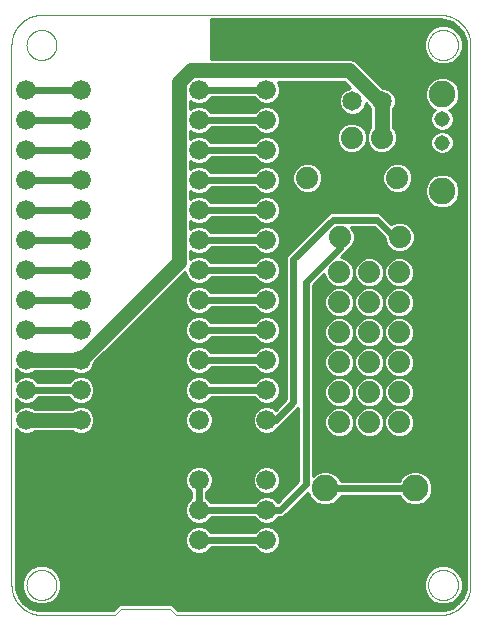
<source format=gtl>
G75*
%MOIN*%
%OFA0B0*%
%FSLAX25Y25*%
%IPPOS*%
%LPD*%
%AMOC8*
5,1,8,0,0,1.08239X$1,22.5*
%
%ADD10C,0.00000*%
%ADD11C,0.06600*%
%ADD12C,0.07400*%
%ADD13C,0.08858*%
%ADD14C,0.06496*%
%ADD15C,0.05150*%
%ADD16C,0.01000*%
%ADD17C,0.02400*%
%ADD18C,0.05000*%
D10*
X0011500Y0070232D02*
X0036000Y0070232D01*
X0038000Y0072232D01*
X0054500Y0072232D01*
X0056500Y0070232D01*
X0144492Y0070232D01*
X0144734Y0070235D01*
X0144975Y0070244D01*
X0145216Y0070258D01*
X0145457Y0070279D01*
X0145697Y0070305D01*
X0145937Y0070337D01*
X0146176Y0070375D01*
X0146413Y0070418D01*
X0146650Y0070468D01*
X0146885Y0070523D01*
X0147119Y0070583D01*
X0147351Y0070650D01*
X0147582Y0070721D01*
X0147811Y0070799D01*
X0148038Y0070882D01*
X0148263Y0070970D01*
X0148486Y0071064D01*
X0148706Y0071163D01*
X0148924Y0071268D01*
X0149139Y0071377D01*
X0149352Y0071492D01*
X0149562Y0071612D01*
X0149768Y0071737D01*
X0149972Y0071867D01*
X0150173Y0072002D01*
X0150370Y0072142D01*
X0150564Y0072286D01*
X0150754Y0072435D01*
X0150940Y0072589D01*
X0151123Y0072747D01*
X0151302Y0072909D01*
X0151477Y0073076D01*
X0151648Y0073247D01*
X0151815Y0073422D01*
X0151977Y0073601D01*
X0152135Y0073784D01*
X0152289Y0073970D01*
X0152438Y0074160D01*
X0152582Y0074354D01*
X0152722Y0074551D01*
X0152857Y0074752D01*
X0152987Y0074956D01*
X0153112Y0075162D01*
X0153232Y0075372D01*
X0153347Y0075585D01*
X0153456Y0075800D01*
X0153561Y0076018D01*
X0153660Y0076238D01*
X0153754Y0076461D01*
X0153842Y0076686D01*
X0153925Y0076913D01*
X0154003Y0077142D01*
X0154074Y0077373D01*
X0154141Y0077605D01*
X0154201Y0077839D01*
X0154256Y0078074D01*
X0154306Y0078311D01*
X0154349Y0078548D01*
X0154387Y0078787D01*
X0154419Y0079027D01*
X0154445Y0079267D01*
X0154466Y0079508D01*
X0154480Y0079749D01*
X0154489Y0079990D01*
X0154492Y0080232D01*
X0154492Y0260232D01*
X0140358Y0260232D02*
X0140360Y0260373D01*
X0140366Y0260514D01*
X0140376Y0260654D01*
X0140390Y0260794D01*
X0140408Y0260934D01*
X0140429Y0261073D01*
X0140455Y0261212D01*
X0140484Y0261350D01*
X0140518Y0261486D01*
X0140555Y0261622D01*
X0140596Y0261757D01*
X0140641Y0261891D01*
X0140690Y0262023D01*
X0140742Y0262154D01*
X0140798Y0262283D01*
X0140858Y0262410D01*
X0140921Y0262536D01*
X0140987Y0262660D01*
X0141058Y0262783D01*
X0141131Y0262903D01*
X0141208Y0263021D01*
X0141288Y0263137D01*
X0141372Y0263250D01*
X0141458Y0263361D01*
X0141548Y0263470D01*
X0141641Y0263576D01*
X0141736Y0263679D01*
X0141835Y0263780D01*
X0141936Y0263878D01*
X0142040Y0263973D01*
X0142147Y0264065D01*
X0142256Y0264154D01*
X0142368Y0264239D01*
X0142482Y0264322D01*
X0142598Y0264402D01*
X0142717Y0264478D01*
X0142838Y0264550D01*
X0142960Y0264620D01*
X0143085Y0264685D01*
X0143211Y0264748D01*
X0143339Y0264806D01*
X0143469Y0264861D01*
X0143600Y0264913D01*
X0143733Y0264960D01*
X0143867Y0265004D01*
X0144002Y0265045D01*
X0144138Y0265081D01*
X0144275Y0265113D01*
X0144413Y0265142D01*
X0144551Y0265167D01*
X0144691Y0265187D01*
X0144831Y0265204D01*
X0144971Y0265217D01*
X0145112Y0265226D01*
X0145252Y0265231D01*
X0145393Y0265232D01*
X0145534Y0265229D01*
X0145675Y0265222D01*
X0145815Y0265211D01*
X0145955Y0265196D01*
X0146095Y0265177D01*
X0146234Y0265155D01*
X0146372Y0265128D01*
X0146510Y0265098D01*
X0146646Y0265063D01*
X0146782Y0265025D01*
X0146916Y0264983D01*
X0147050Y0264937D01*
X0147182Y0264888D01*
X0147312Y0264834D01*
X0147441Y0264777D01*
X0147568Y0264717D01*
X0147694Y0264653D01*
X0147817Y0264585D01*
X0147939Y0264514D01*
X0148059Y0264440D01*
X0148176Y0264362D01*
X0148291Y0264281D01*
X0148404Y0264197D01*
X0148515Y0264110D01*
X0148623Y0264019D01*
X0148728Y0263926D01*
X0148831Y0263829D01*
X0148931Y0263730D01*
X0149028Y0263628D01*
X0149122Y0263523D01*
X0149213Y0263416D01*
X0149301Y0263306D01*
X0149386Y0263194D01*
X0149468Y0263079D01*
X0149547Y0262962D01*
X0149622Y0262843D01*
X0149694Y0262722D01*
X0149762Y0262599D01*
X0149827Y0262474D01*
X0149889Y0262347D01*
X0149946Y0262218D01*
X0150001Y0262088D01*
X0150051Y0261957D01*
X0150098Y0261824D01*
X0150141Y0261690D01*
X0150180Y0261554D01*
X0150215Y0261418D01*
X0150247Y0261281D01*
X0150274Y0261143D01*
X0150298Y0261004D01*
X0150318Y0260864D01*
X0150334Y0260724D01*
X0150346Y0260584D01*
X0150354Y0260443D01*
X0150358Y0260302D01*
X0150358Y0260162D01*
X0150354Y0260021D01*
X0150346Y0259880D01*
X0150334Y0259740D01*
X0150318Y0259600D01*
X0150298Y0259460D01*
X0150274Y0259321D01*
X0150247Y0259183D01*
X0150215Y0259046D01*
X0150180Y0258910D01*
X0150141Y0258774D01*
X0150098Y0258640D01*
X0150051Y0258507D01*
X0150001Y0258376D01*
X0149946Y0258246D01*
X0149889Y0258117D01*
X0149827Y0257990D01*
X0149762Y0257865D01*
X0149694Y0257742D01*
X0149622Y0257621D01*
X0149547Y0257502D01*
X0149468Y0257385D01*
X0149386Y0257270D01*
X0149301Y0257158D01*
X0149213Y0257048D01*
X0149122Y0256941D01*
X0149028Y0256836D01*
X0148931Y0256734D01*
X0148831Y0256635D01*
X0148728Y0256538D01*
X0148623Y0256445D01*
X0148515Y0256354D01*
X0148404Y0256267D01*
X0148291Y0256183D01*
X0148176Y0256102D01*
X0148059Y0256024D01*
X0147939Y0255950D01*
X0147817Y0255879D01*
X0147694Y0255811D01*
X0147568Y0255747D01*
X0147441Y0255687D01*
X0147312Y0255630D01*
X0147182Y0255576D01*
X0147050Y0255527D01*
X0146916Y0255481D01*
X0146782Y0255439D01*
X0146646Y0255401D01*
X0146510Y0255366D01*
X0146372Y0255336D01*
X0146234Y0255309D01*
X0146095Y0255287D01*
X0145955Y0255268D01*
X0145815Y0255253D01*
X0145675Y0255242D01*
X0145534Y0255235D01*
X0145393Y0255232D01*
X0145252Y0255233D01*
X0145112Y0255238D01*
X0144971Y0255247D01*
X0144831Y0255260D01*
X0144691Y0255277D01*
X0144551Y0255297D01*
X0144413Y0255322D01*
X0144275Y0255351D01*
X0144138Y0255383D01*
X0144002Y0255419D01*
X0143867Y0255460D01*
X0143733Y0255504D01*
X0143600Y0255551D01*
X0143469Y0255603D01*
X0143339Y0255658D01*
X0143211Y0255716D01*
X0143085Y0255779D01*
X0142960Y0255844D01*
X0142838Y0255914D01*
X0142717Y0255986D01*
X0142598Y0256062D01*
X0142482Y0256142D01*
X0142368Y0256225D01*
X0142256Y0256310D01*
X0142147Y0256399D01*
X0142040Y0256491D01*
X0141936Y0256586D01*
X0141835Y0256684D01*
X0141736Y0256785D01*
X0141641Y0256888D01*
X0141548Y0256994D01*
X0141458Y0257103D01*
X0141372Y0257214D01*
X0141288Y0257327D01*
X0141208Y0257443D01*
X0141131Y0257561D01*
X0141058Y0257681D01*
X0140987Y0257804D01*
X0140921Y0257928D01*
X0140858Y0258054D01*
X0140798Y0258181D01*
X0140742Y0258310D01*
X0140690Y0258441D01*
X0140641Y0258573D01*
X0140596Y0258707D01*
X0140555Y0258842D01*
X0140518Y0258978D01*
X0140484Y0259114D01*
X0140455Y0259252D01*
X0140429Y0259391D01*
X0140408Y0259530D01*
X0140390Y0259670D01*
X0140376Y0259810D01*
X0140366Y0259950D01*
X0140360Y0260091D01*
X0140358Y0260232D01*
X0144492Y0270232D02*
X0144734Y0270229D01*
X0144975Y0270220D01*
X0145216Y0270206D01*
X0145457Y0270185D01*
X0145697Y0270159D01*
X0145937Y0270127D01*
X0146176Y0270089D01*
X0146413Y0270046D01*
X0146650Y0269996D01*
X0146885Y0269941D01*
X0147119Y0269881D01*
X0147351Y0269814D01*
X0147582Y0269743D01*
X0147811Y0269665D01*
X0148038Y0269582D01*
X0148263Y0269494D01*
X0148486Y0269400D01*
X0148706Y0269301D01*
X0148924Y0269196D01*
X0149139Y0269087D01*
X0149352Y0268972D01*
X0149562Y0268852D01*
X0149768Y0268727D01*
X0149972Y0268597D01*
X0150173Y0268462D01*
X0150370Y0268322D01*
X0150564Y0268178D01*
X0150754Y0268029D01*
X0150940Y0267875D01*
X0151123Y0267717D01*
X0151302Y0267555D01*
X0151477Y0267388D01*
X0151648Y0267217D01*
X0151815Y0267042D01*
X0151977Y0266863D01*
X0152135Y0266680D01*
X0152289Y0266494D01*
X0152438Y0266304D01*
X0152582Y0266110D01*
X0152722Y0265913D01*
X0152857Y0265712D01*
X0152987Y0265508D01*
X0153112Y0265302D01*
X0153232Y0265092D01*
X0153347Y0264879D01*
X0153456Y0264664D01*
X0153561Y0264446D01*
X0153660Y0264226D01*
X0153754Y0264003D01*
X0153842Y0263778D01*
X0153925Y0263551D01*
X0154003Y0263322D01*
X0154074Y0263091D01*
X0154141Y0262859D01*
X0154201Y0262625D01*
X0154256Y0262390D01*
X0154306Y0262153D01*
X0154349Y0261916D01*
X0154387Y0261677D01*
X0154419Y0261437D01*
X0154445Y0261197D01*
X0154466Y0260956D01*
X0154480Y0260715D01*
X0154489Y0260474D01*
X0154492Y0260232D01*
X0144492Y0270232D02*
X0011500Y0270232D01*
X0006500Y0260232D02*
X0006502Y0260373D01*
X0006508Y0260514D01*
X0006518Y0260654D01*
X0006532Y0260794D01*
X0006550Y0260934D01*
X0006571Y0261073D01*
X0006597Y0261212D01*
X0006626Y0261350D01*
X0006660Y0261486D01*
X0006697Y0261622D01*
X0006738Y0261757D01*
X0006783Y0261891D01*
X0006832Y0262023D01*
X0006884Y0262154D01*
X0006940Y0262283D01*
X0007000Y0262410D01*
X0007063Y0262536D01*
X0007129Y0262660D01*
X0007200Y0262783D01*
X0007273Y0262903D01*
X0007350Y0263021D01*
X0007430Y0263137D01*
X0007514Y0263250D01*
X0007600Y0263361D01*
X0007690Y0263470D01*
X0007783Y0263576D01*
X0007878Y0263679D01*
X0007977Y0263780D01*
X0008078Y0263878D01*
X0008182Y0263973D01*
X0008289Y0264065D01*
X0008398Y0264154D01*
X0008510Y0264239D01*
X0008624Y0264322D01*
X0008740Y0264402D01*
X0008859Y0264478D01*
X0008980Y0264550D01*
X0009102Y0264620D01*
X0009227Y0264685D01*
X0009353Y0264748D01*
X0009481Y0264806D01*
X0009611Y0264861D01*
X0009742Y0264913D01*
X0009875Y0264960D01*
X0010009Y0265004D01*
X0010144Y0265045D01*
X0010280Y0265081D01*
X0010417Y0265113D01*
X0010555Y0265142D01*
X0010693Y0265167D01*
X0010833Y0265187D01*
X0010973Y0265204D01*
X0011113Y0265217D01*
X0011254Y0265226D01*
X0011394Y0265231D01*
X0011535Y0265232D01*
X0011676Y0265229D01*
X0011817Y0265222D01*
X0011957Y0265211D01*
X0012097Y0265196D01*
X0012237Y0265177D01*
X0012376Y0265155D01*
X0012514Y0265128D01*
X0012652Y0265098D01*
X0012788Y0265063D01*
X0012924Y0265025D01*
X0013058Y0264983D01*
X0013192Y0264937D01*
X0013324Y0264888D01*
X0013454Y0264834D01*
X0013583Y0264777D01*
X0013710Y0264717D01*
X0013836Y0264653D01*
X0013959Y0264585D01*
X0014081Y0264514D01*
X0014201Y0264440D01*
X0014318Y0264362D01*
X0014433Y0264281D01*
X0014546Y0264197D01*
X0014657Y0264110D01*
X0014765Y0264019D01*
X0014870Y0263926D01*
X0014973Y0263829D01*
X0015073Y0263730D01*
X0015170Y0263628D01*
X0015264Y0263523D01*
X0015355Y0263416D01*
X0015443Y0263306D01*
X0015528Y0263194D01*
X0015610Y0263079D01*
X0015689Y0262962D01*
X0015764Y0262843D01*
X0015836Y0262722D01*
X0015904Y0262599D01*
X0015969Y0262474D01*
X0016031Y0262347D01*
X0016088Y0262218D01*
X0016143Y0262088D01*
X0016193Y0261957D01*
X0016240Y0261824D01*
X0016283Y0261690D01*
X0016322Y0261554D01*
X0016357Y0261418D01*
X0016389Y0261281D01*
X0016416Y0261143D01*
X0016440Y0261004D01*
X0016460Y0260864D01*
X0016476Y0260724D01*
X0016488Y0260584D01*
X0016496Y0260443D01*
X0016500Y0260302D01*
X0016500Y0260162D01*
X0016496Y0260021D01*
X0016488Y0259880D01*
X0016476Y0259740D01*
X0016460Y0259600D01*
X0016440Y0259460D01*
X0016416Y0259321D01*
X0016389Y0259183D01*
X0016357Y0259046D01*
X0016322Y0258910D01*
X0016283Y0258774D01*
X0016240Y0258640D01*
X0016193Y0258507D01*
X0016143Y0258376D01*
X0016088Y0258246D01*
X0016031Y0258117D01*
X0015969Y0257990D01*
X0015904Y0257865D01*
X0015836Y0257742D01*
X0015764Y0257621D01*
X0015689Y0257502D01*
X0015610Y0257385D01*
X0015528Y0257270D01*
X0015443Y0257158D01*
X0015355Y0257048D01*
X0015264Y0256941D01*
X0015170Y0256836D01*
X0015073Y0256734D01*
X0014973Y0256635D01*
X0014870Y0256538D01*
X0014765Y0256445D01*
X0014657Y0256354D01*
X0014546Y0256267D01*
X0014433Y0256183D01*
X0014318Y0256102D01*
X0014201Y0256024D01*
X0014081Y0255950D01*
X0013959Y0255879D01*
X0013836Y0255811D01*
X0013710Y0255747D01*
X0013583Y0255687D01*
X0013454Y0255630D01*
X0013324Y0255576D01*
X0013192Y0255527D01*
X0013058Y0255481D01*
X0012924Y0255439D01*
X0012788Y0255401D01*
X0012652Y0255366D01*
X0012514Y0255336D01*
X0012376Y0255309D01*
X0012237Y0255287D01*
X0012097Y0255268D01*
X0011957Y0255253D01*
X0011817Y0255242D01*
X0011676Y0255235D01*
X0011535Y0255232D01*
X0011394Y0255233D01*
X0011254Y0255238D01*
X0011113Y0255247D01*
X0010973Y0255260D01*
X0010833Y0255277D01*
X0010693Y0255297D01*
X0010555Y0255322D01*
X0010417Y0255351D01*
X0010280Y0255383D01*
X0010144Y0255419D01*
X0010009Y0255460D01*
X0009875Y0255504D01*
X0009742Y0255551D01*
X0009611Y0255603D01*
X0009481Y0255658D01*
X0009353Y0255716D01*
X0009227Y0255779D01*
X0009102Y0255844D01*
X0008980Y0255914D01*
X0008859Y0255986D01*
X0008740Y0256062D01*
X0008624Y0256142D01*
X0008510Y0256225D01*
X0008398Y0256310D01*
X0008289Y0256399D01*
X0008182Y0256491D01*
X0008078Y0256586D01*
X0007977Y0256684D01*
X0007878Y0256785D01*
X0007783Y0256888D01*
X0007690Y0256994D01*
X0007600Y0257103D01*
X0007514Y0257214D01*
X0007430Y0257327D01*
X0007350Y0257443D01*
X0007273Y0257561D01*
X0007200Y0257681D01*
X0007129Y0257804D01*
X0007063Y0257928D01*
X0007000Y0258054D01*
X0006940Y0258181D01*
X0006884Y0258310D01*
X0006832Y0258441D01*
X0006783Y0258573D01*
X0006738Y0258707D01*
X0006697Y0258842D01*
X0006660Y0258978D01*
X0006626Y0259114D01*
X0006597Y0259252D01*
X0006571Y0259391D01*
X0006550Y0259530D01*
X0006532Y0259670D01*
X0006518Y0259810D01*
X0006508Y0259950D01*
X0006502Y0260091D01*
X0006500Y0260232D01*
X0001500Y0260232D02*
X0001503Y0260474D01*
X0001512Y0260715D01*
X0001526Y0260956D01*
X0001547Y0261197D01*
X0001573Y0261437D01*
X0001605Y0261677D01*
X0001643Y0261916D01*
X0001686Y0262153D01*
X0001736Y0262390D01*
X0001791Y0262625D01*
X0001851Y0262859D01*
X0001918Y0263091D01*
X0001989Y0263322D01*
X0002067Y0263551D01*
X0002150Y0263778D01*
X0002238Y0264003D01*
X0002332Y0264226D01*
X0002431Y0264446D01*
X0002536Y0264664D01*
X0002645Y0264879D01*
X0002760Y0265092D01*
X0002880Y0265302D01*
X0003005Y0265508D01*
X0003135Y0265712D01*
X0003270Y0265913D01*
X0003410Y0266110D01*
X0003554Y0266304D01*
X0003703Y0266494D01*
X0003857Y0266680D01*
X0004015Y0266863D01*
X0004177Y0267042D01*
X0004344Y0267217D01*
X0004515Y0267388D01*
X0004690Y0267555D01*
X0004869Y0267717D01*
X0005052Y0267875D01*
X0005238Y0268029D01*
X0005428Y0268178D01*
X0005622Y0268322D01*
X0005819Y0268462D01*
X0006020Y0268597D01*
X0006224Y0268727D01*
X0006430Y0268852D01*
X0006640Y0268972D01*
X0006853Y0269087D01*
X0007068Y0269196D01*
X0007286Y0269301D01*
X0007506Y0269400D01*
X0007729Y0269494D01*
X0007954Y0269582D01*
X0008181Y0269665D01*
X0008410Y0269743D01*
X0008641Y0269814D01*
X0008873Y0269881D01*
X0009107Y0269941D01*
X0009342Y0269996D01*
X0009579Y0270046D01*
X0009816Y0270089D01*
X0010055Y0270127D01*
X0010295Y0270159D01*
X0010535Y0270185D01*
X0010776Y0270206D01*
X0011017Y0270220D01*
X0011258Y0270229D01*
X0011500Y0270232D01*
X0001500Y0260232D02*
X0001500Y0080232D01*
X0006500Y0080232D02*
X0006502Y0080373D01*
X0006508Y0080514D01*
X0006518Y0080654D01*
X0006532Y0080794D01*
X0006550Y0080934D01*
X0006571Y0081073D01*
X0006597Y0081212D01*
X0006626Y0081350D01*
X0006660Y0081486D01*
X0006697Y0081622D01*
X0006738Y0081757D01*
X0006783Y0081891D01*
X0006832Y0082023D01*
X0006884Y0082154D01*
X0006940Y0082283D01*
X0007000Y0082410D01*
X0007063Y0082536D01*
X0007129Y0082660D01*
X0007200Y0082783D01*
X0007273Y0082903D01*
X0007350Y0083021D01*
X0007430Y0083137D01*
X0007514Y0083250D01*
X0007600Y0083361D01*
X0007690Y0083470D01*
X0007783Y0083576D01*
X0007878Y0083679D01*
X0007977Y0083780D01*
X0008078Y0083878D01*
X0008182Y0083973D01*
X0008289Y0084065D01*
X0008398Y0084154D01*
X0008510Y0084239D01*
X0008624Y0084322D01*
X0008740Y0084402D01*
X0008859Y0084478D01*
X0008980Y0084550D01*
X0009102Y0084620D01*
X0009227Y0084685D01*
X0009353Y0084748D01*
X0009481Y0084806D01*
X0009611Y0084861D01*
X0009742Y0084913D01*
X0009875Y0084960D01*
X0010009Y0085004D01*
X0010144Y0085045D01*
X0010280Y0085081D01*
X0010417Y0085113D01*
X0010555Y0085142D01*
X0010693Y0085167D01*
X0010833Y0085187D01*
X0010973Y0085204D01*
X0011113Y0085217D01*
X0011254Y0085226D01*
X0011394Y0085231D01*
X0011535Y0085232D01*
X0011676Y0085229D01*
X0011817Y0085222D01*
X0011957Y0085211D01*
X0012097Y0085196D01*
X0012237Y0085177D01*
X0012376Y0085155D01*
X0012514Y0085128D01*
X0012652Y0085098D01*
X0012788Y0085063D01*
X0012924Y0085025D01*
X0013058Y0084983D01*
X0013192Y0084937D01*
X0013324Y0084888D01*
X0013454Y0084834D01*
X0013583Y0084777D01*
X0013710Y0084717D01*
X0013836Y0084653D01*
X0013959Y0084585D01*
X0014081Y0084514D01*
X0014201Y0084440D01*
X0014318Y0084362D01*
X0014433Y0084281D01*
X0014546Y0084197D01*
X0014657Y0084110D01*
X0014765Y0084019D01*
X0014870Y0083926D01*
X0014973Y0083829D01*
X0015073Y0083730D01*
X0015170Y0083628D01*
X0015264Y0083523D01*
X0015355Y0083416D01*
X0015443Y0083306D01*
X0015528Y0083194D01*
X0015610Y0083079D01*
X0015689Y0082962D01*
X0015764Y0082843D01*
X0015836Y0082722D01*
X0015904Y0082599D01*
X0015969Y0082474D01*
X0016031Y0082347D01*
X0016088Y0082218D01*
X0016143Y0082088D01*
X0016193Y0081957D01*
X0016240Y0081824D01*
X0016283Y0081690D01*
X0016322Y0081554D01*
X0016357Y0081418D01*
X0016389Y0081281D01*
X0016416Y0081143D01*
X0016440Y0081004D01*
X0016460Y0080864D01*
X0016476Y0080724D01*
X0016488Y0080584D01*
X0016496Y0080443D01*
X0016500Y0080302D01*
X0016500Y0080162D01*
X0016496Y0080021D01*
X0016488Y0079880D01*
X0016476Y0079740D01*
X0016460Y0079600D01*
X0016440Y0079460D01*
X0016416Y0079321D01*
X0016389Y0079183D01*
X0016357Y0079046D01*
X0016322Y0078910D01*
X0016283Y0078774D01*
X0016240Y0078640D01*
X0016193Y0078507D01*
X0016143Y0078376D01*
X0016088Y0078246D01*
X0016031Y0078117D01*
X0015969Y0077990D01*
X0015904Y0077865D01*
X0015836Y0077742D01*
X0015764Y0077621D01*
X0015689Y0077502D01*
X0015610Y0077385D01*
X0015528Y0077270D01*
X0015443Y0077158D01*
X0015355Y0077048D01*
X0015264Y0076941D01*
X0015170Y0076836D01*
X0015073Y0076734D01*
X0014973Y0076635D01*
X0014870Y0076538D01*
X0014765Y0076445D01*
X0014657Y0076354D01*
X0014546Y0076267D01*
X0014433Y0076183D01*
X0014318Y0076102D01*
X0014201Y0076024D01*
X0014081Y0075950D01*
X0013959Y0075879D01*
X0013836Y0075811D01*
X0013710Y0075747D01*
X0013583Y0075687D01*
X0013454Y0075630D01*
X0013324Y0075576D01*
X0013192Y0075527D01*
X0013058Y0075481D01*
X0012924Y0075439D01*
X0012788Y0075401D01*
X0012652Y0075366D01*
X0012514Y0075336D01*
X0012376Y0075309D01*
X0012237Y0075287D01*
X0012097Y0075268D01*
X0011957Y0075253D01*
X0011817Y0075242D01*
X0011676Y0075235D01*
X0011535Y0075232D01*
X0011394Y0075233D01*
X0011254Y0075238D01*
X0011113Y0075247D01*
X0010973Y0075260D01*
X0010833Y0075277D01*
X0010693Y0075297D01*
X0010555Y0075322D01*
X0010417Y0075351D01*
X0010280Y0075383D01*
X0010144Y0075419D01*
X0010009Y0075460D01*
X0009875Y0075504D01*
X0009742Y0075551D01*
X0009611Y0075603D01*
X0009481Y0075658D01*
X0009353Y0075716D01*
X0009227Y0075779D01*
X0009102Y0075844D01*
X0008980Y0075914D01*
X0008859Y0075986D01*
X0008740Y0076062D01*
X0008624Y0076142D01*
X0008510Y0076225D01*
X0008398Y0076310D01*
X0008289Y0076399D01*
X0008182Y0076491D01*
X0008078Y0076586D01*
X0007977Y0076684D01*
X0007878Y0076785D01*
X0007783Y0076888D01*
X0007690Y0076994D01*
X0007600Y0077103D01*
X0007514Y0077214D01*
X0007430Y0077327D01*
X0007350Y0077443D01*
X0007273Y0077561D01*
X0007200Y0077681D01*
X0007129Y0077804D01*
X0007063Y0077928D01*
X0007000Y0078054D01*
X0006940Y0078181D01*
X0006884Y0078310D01*
X0006832Y0078441D01*
X0006783Y0078573D01*
X0006738Y0078707D01*
X0006697Y0078842D01*
X0006660Y0078978D01*
X0006626Y0079114D01*
X0006597Y0079252D01*
X0006571Y0079391D01*
X0006550Y0079530D01*
X0006532Y0079670D01*
X0006518Y0079810D01*
X0006508Y0079950D01*
X0006502Y0080091D01*
X0006500Y0080232D01*
X0001500Y0080232D02*
X0001503Y0079990D01*
X0001512Y0079749D01*
X0001526Y0079508D01*
X0001547Y0079267D01*
X0001573Y0079027D01*
X0001605Y0078787D01*
X0001643Y0078548D01*
X0001686Y0078311D01*
X0001736Y0078074D01*
X0001791Y0077839D01*
X0001851Y0077605D01*
X0001918Y0077373D01*
X0001989Y0077142D01*
X0002067Y0076913D01*
X0002150Y0076686D01*
X0002238Y0076461D01*
X0002332Y0076238D01*
X0002431Y0076018D01*
X0002536Y0075800D01*
X0002645Y0075585D01*
X0002760Y0075372D01*
X0002880Y0075162D01*
X0003005Y0074956D01*
X0003135Y0074752D01*
X0003270Y0074551D01*
X0003410Y0074354D01*
X0003554Y0074160D01*
X0003703Y0073970D01*
X0003857Y0073784D01*
X0004015Y0073601D01*
X0004177Y0073422D01*
X0004344Y0073247D01*
X0004515Y0073076D01*
X0004690Y0072909D01*
X0004869Y0072747D01*
X0005052Y0072589D01*
X0005238Y0072435D01*
X0005428Y0072286D01*
X0005622Y0072142D01*
X0005819Y0072002D01*
X0006020Y0071867D01*
X0006224Y0071737D01*
X0006430Y0071612D01*
X0006640Y0071492D01*
X0006853Y0071377D01*
X0007068Y0071268D01*
X0007286Y0071163D01*
X0007506Y0071064D01*
X0007729Y0070970D01*
X0007954Y0070882D01*
X0008181Y0070799D01*
X0008410Y0070721D01*
X0008641Y0070650D01*
X0008873Y0070583D01*
X0009107Y0070523D01*
X0009342Y0070468D01*
X0009579Y0070418D01*
X0009816Y0070375D01*
X0010055Y0070337D01*
X0010295Y0070305D01*
X0010535Y0070279D01*
X0010776Y0070258D01*
X0011017Y0070244D01*
X0011258Y0070235D01*
X0011500Y0070232D01*
X0140358Y0080232D02*
X0140360Y0080373D01*
X0140366Y0080514D01*
X0140376Y0080654D01*
X0140390Y0080794D01*
X0140408Y0080934D01*
X0140429Y0081073D01*
X0140455Y0081212D01*
X0140484Y0081350D01*
X0140518Y0081486D01*
X0140555Y0081622D01*
X0140596Y0081757D01*
X0140641Y0081891D01*
X0140690Y0082023D01*
X0140742Y0082154D01*
X0140798Y0082283D01*
X0140858Y0082410D01*
X0140921Y0082536D01*
X0140987Y0082660D01*
X0141058Y0082783D01*
X0141131Y0082903D01*
X0141208Y0083021D01*
X0141288Y0083137D01*
X0141372Y0083250D01*
X0141458Y0083361D01*
X0141548Y0083470D01*
X0141641Y0083576D01*
X0141736Y0083679D01*
X0141835Y0083780D01*
X0141936Y0083878D01*
X0142040Y0083973D01*
X0142147Y0084065D01*
X0142256Y0084154D01*
X0142368Y0084239D01*
X0142482Y0084322D01*
X0142598Y0084402D01*
X0142717Y0084478D01*
X0142838Y0084550D01*
X0142960Y0084620D01*
X0143085Y0084685D01*
X0143211Y0084748D01*
X0143339Y0084806D01*
X0143469Y0084861D01*
X0143600Y0084913D01*
X0143733Y0084960D01*
X0143867Y0085004D01*
X0144002Y0085045D01*
X0144138Y0085081D01*
X0144275Y0085113D01*
X0144413Y0085142D01*
X0144551Y0085167D01*
X0144691Y0085187D01*
X0144831Y0085204D01*
X0144971Y0085217D01*
X0145112Y0085226D01*
X0145252Y0085231D01*
X0145393Y0085232D01*
X0145534Y0085229D01*
X0145675Y0085222D01*
X0145815Y0085211D01*
X0145955Y0085196D01*
X0146095Y0085177D01*
X0146234Y0085155D01*
X0146372Y0085128D01*
X0146510Y0085098D01*
X0146646Y0085063D01*
X0146782Y0085025D01*
X0146916Y0084983D01*
X0147050Y0084937D01*
X0147182Y0084888D01*
X0147312Y0084834D01*
X0147441Y0084777D01*
X0147568Y0084717D01*
X0147694Y0084653D01*
X0147817Y0084585D01*
X0147939Y0084514D01*
X0148059Y0084440D01*
X0148176Y0084362D01*
X0148291Y0084281D01*
X0148404Y0084197D01*
X0148515Y0084110D01*
X0148623Y0084019D01*
X0148728Y0083926D01*
X0148831Y0083829D01*
X0148931Y0083730D01*
X0149028Y0083628D01*
X0149122Y0083523D01*
X0149213Y0083416D01*
X0149301Y0083306D01*
X0149386Y0083194D01*
X0149468Y0083079D01*
X0149547Y0082962D01*
X0149622Y0082843D01*
X0149694Y0082722D01*
X0149762Y0082599D01*
X0149827Y0082474D01*
X0149889Y0082347D01*
X0149946Y0082218D01*
X0150001Y0082088D01*
X0150051Y0081957D01*
X0150098Y0081824D01*
X0150141Y0081690D01*
X0150180Y0081554D01*
X0150215Y0081418D01*
X0150247Y0081281D01*
X0150274Y0081143D01*
X0150298Y0081004D01*
X0150318Y0080864D01*
X0150334Y0080724D01*
X0150346Y0080584D01*
X0150354Y0080443D01*
X0150358Y0080302D01*
X0150358Y0080162D01*
X0150354Y0080021D01*
X0150346Y0079880D01*
X0150334Y0079740D01*
X0150318Y0079600D01*
X0150298Y0079460D01*
X0150274Y0079321D01*
X0150247Y0079183D01*
X0150215Y0079046D01*
X0150180Y0078910D01*
X0150141Y0078774D01*
X0150098Y0078640D01*
X0150051Y0078507D01*
X0150001Y0078376D01*
X0149946Y0078246D01*
X0149889Y0078117D01*
X0149827Y0077990D01*
X0149762Y0077865D01*
X0149694Y0077742D01*
X0149622Y0077621D01*
X0149547Y0077502D01*
X0149468Y0077385D01*
X0149386Y0077270D01*
X0149301Y0077158D01*
X0149213Y0077048D01*
X0149122Y0076941D01*
X0149028Y0076836D01*
X0148931Y0076734D01*
X0148831Y0076635D01*
X0148728Y0076538D01*
X0148623Y0076445D01*
X0148515Y0076354D01*
X0148404Y0076267D01*
X0148291Y0076183D01*
X0148176Y0076102D01*
X0148059Y0076024D01*
X0147939Y0075950D01*
X0147817Y0075879D01*
X0147694Y0075811D01*
X0147568Y0075747D01*
X0147441Y0075687D01*
X0147312Y0075630D01*
X0147182Y0075576D01*
X0147050Y0075527D01*
X0146916Y0075481D01*
X0146782Y0075439D01*
X0146646Y0075401D01*
X0146510Y0075366D01*
X0146372Y0075336D01*
X0146234Y0075309D01*
X0146095Y0075287D01*
X0145955Y0075268D01*
X0145815Y0075253D01*
X0145675Y0075242D01*
X0145534Y0075235D01*
X0145393Y0075232D01*
X0145252Y0075233D01*
X0145112Y0075238D01*
X0144971Y0075247D01*
X0144831Y0075260D01*
X0144691Y0075277D01*
X0144551Y0075297D01*
X0144413Y0075322D01*
X0144275Y0075351D01*
X0144138Y0075383D01*
X0144002Y0075419D01*
X0143867Y0075460D01*
X0143733Y0075504D01*
X0143600Y0075551D01*
X0143469Y0075603D01*
X0143339Y0075658D01*
X0143211Y0075716D01*
X0143085Y0075779D01*
X0142960Y0075844D01*
X0142838Y0075914D01*
X0142717Y0075986D01*
X0142598Y0076062D01*
X0142482Y0076142D01*
X0142368Y0076225D01*
X0142256Y0076310D01*
X0142147Y0076399D01*
X0142040Y0076491D01*
X0141936Y0076586D01*
X0141835Y0076684D01*
X0141736Y0076785D01*
X0141641Y0076888D01*
X0141548Y0076994D01*
X0141458Y0077103D01*
X0141372Y0077214D01*
X0141288Y0077327D01*
X0141208Y0077443D01*
X0141131Y0077561D01*
X0141058Y0077681D01*
X0140987Y0077804D01*
X0140921Y0077928D01*
X0140858Y0078054D01*
X0140798Y0078181D01*
X0140742Y0078310D01*
X0140690Y0078441D01*
X0140641Y0078573D01*
X0140596Y0078707D01*
X0140555Y0078842D01*
X0140518Y0078978D01*
X0140484Y0079114D01*
X0140455Y0079252D01*
X0140429Y0079391D01*
X0140408Y0079530D01*
X0140390Y0079670D01*
X0140376Y0079810D01*
X0140366Y0079950D01*
X0140360Y0080091D01*
X0140358Y0080232D01*
D11*
X0086500Y0095232D03*
X0086500Y0105232D03*
X0086500Y0115232D03*
X0086500Y0125232D03*
X0086500Y0135232D03*
X0086500Y0145232D03*
X0086500Y0155232D03*
X0086500Y0165232D03*
X0086500Y0175232D03*
X0086500Y0185232D03*
X0086500Y0195232D03*
X0086500Y0205232D03*
X0086500Y0215232D03*
X0086500Y0225232D03*
X0086500Y0235232D03*
X0086500Y0245232D03*
X0063941Y0245232D03*
X0063941Y0235232D03*
X0063941Y0225232D03*
X0063941Y0215232D03*
X0063941Y0205232D03*
X0063941Y0195232D03*
X0063941Y0185232D03*
X0063941Y0175232D03*
X0063941Y0165232D03*
X0063941Y0155232D03*
X0063941Y0145232D03*
X0063941Y0135232D03*
X0063941Y0125232D03*
X0063941Y0115232D03*
X0063941Y0105232D03*
X0063941Y0095232D03*
X0024571Y0135232D03*
X0024571Y0145232D03*
X0024571Y0155232D03*
X0024571Y0165232D03*
X0024571Y0175232D03*
X0024571Y0185232D03*
X0024571Y0195232D03*
X0024571Y0205232D03*
X0024571Y0215232D03*
X0024571Y0225232D03*
X0024571Y0235232D03*
X0024571Y0245232D03*
X0006500Y0245232D03*
X0006500Y0235232D03*
X0006500Y0225232D03*
X0006500Y0215232D03*
X0006500Y0205232D03*
X0006500Y0195232D03*
X0006500Y0185232D03*
X0006500Y0175232D03*
X0006500Y0165232D03*
X0006500Y0155232D03*
X0006500Y0145232D03*
X0006500Y0135232D03*
D12*
X0100122Y0215902D03*
X0104965Y0229287D03*
X0114965Y0229287D03*
X0124965Y0229287D03*
X0130122Y0215902D03*
X0130870Y0196217D03*
X0130795Y0184406D03*
X0130795Y0174406D03*
X0130795Y0164406D03*
X0130795Y0154406D03*
X0130795Y0144406D03*
X0130795Y0134406D03*
X0120795Y0134406D03*
X0120795Y0144406D03*
X0120795Y0154406D03*
X0120795Y0164406D03*
X0120795Y0174406D03*
X0120795Y0184406D03*
X0120870Y0196217D03*
X0110870Y0196217D03*
X0110795Y0184406D03*
X0110795Y0174406D03*
X0110795Y0164406D03*
X0110795Y0154406D03*
X0110795Y0144406D03*
X0110795Y0134406D03*
D13*
X0106028Y0112516D03*
X0106028Y0092516D03*
X0136028Y0092516D03*
X0136028Y0112516D03*
X0145043Y0211571D03*
X0145043Y0243854D03*
D14*
X0124965Y0241492D03*
X0115122Y0241492D03*
X0105280Y0241492D03*
D15*
X0145043Y0235587D03*
X0145043Y0227713D03*
X0145043Y0219839D03*
D16*
X0143904Y0217300D02*
X0141798Y0216428D01*
X0140186Y0214816D01*
X0139314Y0212710D01*
X0139314Y0210431D01*
X0140186Y0208326D01*
X0141798Y0206714D01*
X0143904Y0205842D01*
X0146183Y0205842D01*
X0148289Y0206714D01*
X0149900Y0208326D01*
X0150772Y0210431D01*
X0150772Y0212710D01*
X0149900Y0214816D01*
X0148289Y0216428D01*
X0146183Y0217300D01*
X0143904Y0217300D01*
X0143212Y0217013D02*
X0135073Y0217013D01*
X0135122Y0216896D02*
X0134361Y0218734D01*
X0132954Y0220140D01*
X0131117Y0220902D01*
X0129127Y0220902D01*
X0127290Y0220140D01*
X0125883Y0218734D01*
X0125122Y0216896D01*
X0125122Y0214907D01*
X0125883Y0213069D01*
X0127290Y0211663D01*
X0129127Y0210902D01*
X0131117Y0210902D01*
X0132954Y0211663D01*
X0134361Y0213069D01*
X0135122Y0214907D01*
X0135122Y0216896D01*
X0135122Y0216015D02*
X0141385Y0216015D01*
X0140387Y0215016D02*
X0135122Y0215016D01*
X0134754Y0214018D02*
X0139856Y0214018D01*
X0139442Y0213019D02*
X0134311Y0213019D01*
X0133312Y0212021D02*
X0139314Y0212021D01*
X0139314Y0211022D02*
X0131408Y0211022D01*
X0128836Y0211022D02*
X0101408Y0211022D01*
X0101117Y0210902D02*
X0102954Y0211663D01*
X0104361Y0213069D01*
X0105122Y0214907D01*
X0105122Y0216896D01*
X0104361Y0218734D01*
X0102954Y0220140D01*
X0101117Y0220902D01*
X0099127Y0220902D01*
X0097290Y0220140D01*
X0095883Y0218734D01*
X0095122Y0216896D01*
X0095122Y0214907D01*
X0095883Y0213069D01*
X0097290Y0211663D01*
X0099127Y0210902D01*
X0101117Y0210902D01*
X0098836Y0211022D02*
X0088357Y0211022D01*
X0089106Y0211333D02*
X0090400Y0212627D01*
X0091100Y0214317D01*
X0091100Y0216147D01*
X0090400Y0217838D01*
X0089106Y0219132D01*
X0087415Y0219832D01*
X0085585Y0219832D01*
X0083894Y0219132D01*
X0082600Y0217838D01*
X0082557Y0217732D01*
X0067884Y0217732D01*
X0067841Y0217838D01*
X0066547Y0219132D01*
X0064856Y0219832D01*
X0063026Y0219832D01*
X0061335Y0219132D01*
X0061141Y0218938D01*
X0061141Y0221527D01*
X0061335Y0221333D01*
X0063026Y0220632D01*
X0064856Y0220632D01*
X0066547Y0221333D01*
X0067841Y0222627D01*
X0067884Y0222732D01*
X0082557Y0222732D01*
X0082600Y0222627D01*
X0083894Y0221333D01*
X0085585Y0220632D01*
X0087415Y0220632D01*
X0089106Y0221333D01*
X0090400Y0222627D01*
X0091100Y0224317D01*
X0091100Y0226147D01*
X0090400Y0227838D01*
X0089106Y0229132D01*
X0087415Y0229832D01*
X0085585Y0229832D01*
X0083894Y0229132D01*
X0082600Y0227838D01*
X0082557Y0227732D01*
X0067884Y0227732D01*
X0067841Y0227838D01*
X0066547Y0229132D01*
X0064856Y0229832D01*
X0063026Y0229832D01*
X0061335Y0229132D01*
X0061141Y0228938D01*
X0061141Y0231527D01*
X0061335Y0231333D01*
X0063026Y0230632D01*
X0064856Y0230632D01*
X0066547Y0231333D01*
X0067841Y0232627D01*
X0067884Y0232732D01*
X0082557Y0232732D01*
X0082600Y0232627D01*
X0083894Y0231333D01*
X0085585Y0230632D01*
X0087415Y0230632D01*
X0089106Y0231333D01*
X0090400Y0232627D01*
X0091100Y0234317D01*
X0091100Y0236147D01*
X0090400Y0237838D01*
X0089106Y0239132D01*
X0087415Y0239832D01*
X0085585Y0239832D01*
X0083894Y0239132D01*
X0082600Y0237838D01*
X0082557Y0237732D01*
X0067884Y0237732D01*
X0067841Y0237838D01*
X0066547Y0239132D01*
X0064856Y0239832D01*
X0063026Y0239832D01*
X0061335Y0239132D01*
X0061141Y0238938D01*
X0061141Y0241527D01*
X0061335Y0241333D01*
X0063026Y0240632D01*
X0064856Y0240632D01*
X0066547Y0241333D01*
X0067841Y0242627D01*
X0067884Y0242732D01*
X0082557Y0242732D01*
X0082600Y0242627D01*
X0083894Y0241333D01*
X0085585Y0240632D01*
X0087415Y0240632D01*
X0089106Y0241333D01*
X0090400Y0242627D01*
X0091100Y0244317D01*
X0091100Y0246147D01*
X0090400Y0247838D01*
X0090205Y0248032D01*
X0112468Y0248032D01*
X0114460Y0246040D01*
X0114217Y0246040D01*
X0112546Y0245348D01*
X0111266Y0244068D01*
X0110574Y0242397D01*
X0110574Y0240587D01*
X0111266Y0238916D01*
X0112546Y0237636D01*
X0114217Y0236944D01*
X0116027Y0236944D01*
X0117698Y0237636D01*
X0118978Y0238916D01*
X0119670Y0240587D01*
X0119670Y0240830D01*
X0120773Y0239728D01*
X0121109Y0238916D01*
X0121165Y0238860D01*
X0121165Y0232558D01*
X0120726Y0232120D01*
X0119965Y0230282D01*
X0119965Y0228293D01*
X0120726Y0226455D01*
X0122132Y0225049D01*
X0123970Y0224287D01*
X0125959Y0224287D01*
X0127797Y0225049D01*
X0129203Y0226455D01*
X0129965Y0228293D01*
X0129965Y0230282D01*
X0129203Y0232120D01*
X0128765Y0232558D01*
X0128765Y0238860D01*
X0128820Y0238916D01*
X0129513Y0240587D01*
X0129513Y0242397D01*
X0128820Y0244068D01*
X0127541Y0245348D01*
X0125869Y0246040D01*
X0125208Y0246040D01*
X0116195Y0255054D01*
X0114798Y0255632D01*
X0068000Y0255632D01*
X0068000Y0268732D01*
X0144492Y0268732D01*
X0145822Y0268628D01*
X0148351Y0267806D01*
X0150503Y0266243D01*
X0152066Y0264091D01*
X0152887Y0261562D01*
X0152992Y0260232D01*
X0152992Y0080232D01*
X0152887Y0078903D01*
X0152066Y0076373D01*
X0150503Y0074222D01*
X0148351Y0072659D01*
X0145822Y0071837D01*
X0144492Y0071732D01*
X0057121Y0071732D01*
X0055121Y0073732D01*
X0037379Y0073732D01*
X0036500Y0072854D01*
X0035379Y0071732D01*
X0011500Y0071732D01*
X0010170Y0071837D01*
X0007641Y0072659D01*
X0005490Y0074222D01*
X0003926Y0076373D01*
X0003105Y0078903D01*
X0003000Y0080232D01*
X0003000Y0132227D01*
X0003894Y0131333D01*
X0005585Y0130632D01*
X0007415Y0130632D01*
X0009106Y0131333D01*
X0009205Y0131432D01*
X0021865Y0131432D01*
X0021965Y0131333D01*
X0023656Y0130632D01*
X0025486Y0130632D01*
X0027177Y0131333D01*
X0028471Y0132627D01*
X0029171Y0134317D01*
X0029171Y0136147D01*
X0028471Y0137838D01*
X0027177Y0139132D01*
X0025486Y0139832D01*
X0023656Y0139832D01*
X0021965Y0139132D01*
X0021865Y0139032D01*
X0009205Y0139032D01*
X0009106Y0139132D01*
X0007415Y0139832D01*
X0005585Y0139832D01*
X0003894Y0139132D01*
X0003000Y0138238D01*
X0003000Y0142227D01*
X0003894Y0141333D01*
X0005585Y0140632D01*
X0007415Y0140632D01*
X0009106Y0141333D01*
X0010400Y0142627D01*
X0010443Y0142732D01*
X0020627Y0142732D01*
X0020671Y0142627D01*
X0021965Y0141333D01*
X0023656Y0140632D01*
X0025486Y0140632D01*
X0027177Y0141333D01*
X0028471Y0142627D01*
X0029171Y0144317D01*
X0029171Y0146147D01*
X0028471Y0147838D01*
X0027177Y0149132D01*
X0025486Y0149832D01*
X0023656Y0149832D01*
X0021965Y0149132D01*
X0020671Y0147838D01*
X0020627Y0147732D01*
X0010443Y0147732D01*
X0010400Y0147838D01*
X0009106Y0149132D01*
X0007415Y0149832D01*
X0005585Y0149832D01*
X0003894Y0149132D01*
X0003000Y0148238D01*
X0003000Y0152227D01*
X0003894Y0151333D01*
X0005585Y0150632D01*
X0007415Y0150632D01*
X0009106Y0151333D01*
X0009205Y0151432D01*
X0021865Y0151432D01*
X0021965Y0151333D01*
X0023656Y0150632D01*
X0025486Y0150632D01*
X0027177Y0151333D01*
X0028471Y0152627D01*
X0029171Y0154317D01*
X0029171Y0154458D01*
X0059341Y0184628D01*
X0059341Y0184317D01*
X0060041Y0182627D01*
X0061335Y0181333D01*
X0063026Y0180632D01*
X0064856Y0180632D01*
X0066547Y0181333D01*
X0067841Y0182627D01*
X0067884Y0182732D01*
X0082557Y0182732D01*
X0082600Y0182627D01*
X0083894Y0181333D01*
X0085585Y0180632D01*
X0087415Y0180632D01*
X0089106Y0181333D01*
X0090400Y0182627D01*
X0091100Y0184317D01*
X0091100Y0186147D01*
X0090400Y0187838D01*
X0089106Y0189132D01*
X0087415Y0189832D01*
X0085585Y0189832D01*
X0083894Y0189132D01*
X0082600Y0187838D01*
X0082557Y0187732D01*
X0067884Y0187732D01*
X0067841Y0187838D01*
X0066547Y0189132D01*
X0064856Y0189832D01*
X0063026Y0189832D01*
X0061335Y0189132D01*
X0061141Y0188938D01*
X0061141Y0191527D01*
X0061335Y0191333D01*
X0063026Y0190632D01*
X0064856Y0190632D01*
X0066547Y0191333D01*
X0067841Y0192627D01*
X0067884Y0192732D01*
X0082557Y0192732D01*
X0082600Y0192627D01*
X0083894Y0191333D01*
X0085585Y0190632D01*
X0087415Y0190632D01*
X0089106Y0191333D01*
X0090400Y0192627D01*
X0091100Y0194317D01*
X0091100Y0196147D01*
X0090400Y0197838D01*
X0089106Y0199132D01*
X0087415Y0199832D01*
X0085585Y0199832D01*
X0083894Y0199132D01*
X0082600Y0197838D01*
X0082557Y0197732D01*
X0067884Y0197732D01*
X0067841Y0197838D01*
X0066547Y0199132D01*
X0064856Y0199832D01*
X0063026Y0199832D01*
X0061335Y0199132D01*
X0061141Y0198938D01*
X0061141Y0201527D01*
X0061335Y0201333D01*
X0063026Y0200632D01*
X0064856Y0200632D01*
X0066547Y0201333D01*
X0067841Y0202627D01*
X0067884Y0202732D01*
X0082557Y0202732D01*
X0082600Y0202627D01*
X0083894Y0201333D01*
X0085585Y0200632D01*
X0087415Y0200632D01*
X0089106Y0201333D01*
X0090400Y0202627D01*
X0091100Y0204317D01*
X0091100Y0206147D01*
X0090400Y0207838D01*
X0089106Y0209132D01*
X0087415Y0209832D01*
X0085585Y0209832D01*
X0083894Y0209132D01*
X0082600Y0207838D01*
X0082557Y0207732D01*
X0067884Y0207732D01*
X0067841Y0207838D01*
X0066547Y0209132D01*
X0064856Y0209832D01*
X0063026Y0209832D01*
X0061335Y0209132D01*
X0061141Y0208938D01*
X0061141Y0211527D01*
X0061335Y0211333D01*
X0063026Y0210632D01*
X0064856Y0210632D01*
X0066547Y0211333D01*
X0067841Y0212627D01*
X0067884Y0212732D01*
X0082557Y0212732D01*
X0082600Y0212627D01*
X0083894Y0211333D01*
X0085585Y0210632D01*
X0087415Y0210632D01*
X0089106Y0211333D01*
X0089794Y0212021D02*
X0096932Y0212021D01*
X0095933Y0213019D02*
X0090562Y0213019D01*
X0090976Y0214018D02*
X0095490Y0214018D01*
X0095122Y0215016D02*
X0091100Y0215016D01*
X0091100Y0216015D02*
X0095122Y0216015D01*
X0095171Y0217013D02*
X0090741Y0217013D01*
X0090226Y0218012D02*
X0095584Y0218012D01*
X0096160Y0219010D02*
X0089227Y0219010D01*
X0088321Y0221007D02*
X0152992Y0221007D01*
X0152992Y0220009D02*
X0133086Y0220009D01*
X0134084Y0219010D02*
X0152992Y0219010D01*
X0152992Y0218012D02*
X0134660Y0218012D01*
X0139483Y0210024D02*
X0061141Y0210024D01*
X0061141Y0211022D02*
X0062084Y0211022D01*
X0061229Y0209025D02*
X0061141Y0209025D01*
X0065798Y0211022D02*
X0084643Y0211022D01*
X0083206Y0212021D02*
X0067235Y0212021D01*
X0066653Y0209025D02*
X0083788Y0209025D01*
X0082789Y0208027D02*
X0067652Y0208027D01*
X0067250Y0202036D02*
X0083191Y0202036D01*
X0084607Y0201037D02*
X0065834Y0201037D01*
X0066638Y0199040D02*
X0083803Y0199040D01*
X0082804Y0198042D02*
X0067637Y0198042D01*
X0067265Y0192051D02*
X0083176Y0192051D01*
X0084571Y0191052D02*
X0065870Y0191052D01*
X0066623Y0189055D02*
X0083817Y0189055D01*
X0082819Y0188057D02*
X0067622Y0188057D01*
X0067280Y0182066D02*
X0083161Y0182066D01*
X0084535Y0181067D02*
X0065906Y0181067D01*
X0064856Y0179832D02*
X0063026Y0179832D01*
X0061335Y0179132D01*
X0060041Y0177838D01*
X0059341Y0176147D01*
X0059341Y0174317D01*
X0060041Y0172627D01*
X0061335Y0171333D01*
X0063026Y0170632D01*
X0064856Y0170632D01*
X0066547Y0171333D01*
X0067841Y0172627D01*
X0067884Y0172732D01*
X0082557Y0172732D01*
X0082600Y0172627D01*
X0083894Y0171333D01*
X0085585Y0170632D01*
X0087415Y0170632D01*
X0089106Y0171333D01*
X0090400Y0172627D01*
X0091100Y0174317D01*
X0091100Y0176147D01*
X0090400Y0177838D01*
X0089106Y0179132D01*
X0087415Y0179832D01*
X0085585Y0179832D01*
X0083894Y0179132D01*
X0082600Y0177838D01*
X0082557Y0177732D01*
X0067884Y0177732D01*
X0067841Y0177838D01*
X0066547Y0179132D01*
X0064856Y0179832D01*
X0066609Y0179070D02*
X0083832Y0179070D01*
X0082834Y0178072D02*
X0067607Y0178072D01*
X0067294Y0172080D02*
X0083146Y0172080D01*
X0084499Y0171082D02*
X0065941Y0171082D01*
X0064856Y0169832D02*
X0063026Y0169832D01*
X0061335Y0169132D01*
X0060041Y0167838D01*
X0059341Y0166147D01*
X0059341Y0164317D01*
X0060041Y0162627D01*
X0061335Y0161333D01*
X0063026Y0160632D01*
X0064856Y0160632D01*
X0066547Y0161333D01*
X0067841Y0162627D01*
X0067884Y0162732D01*
X0082557Y0162732D01*
X0082600Y0162627D01*
X0083894Y0161333D01*
X0085585Y0160632D01*
X0087415Y0160632D01*
X0089106Y0161333D01*
X0090400Y0162627D01*
X0091100Y0164317D01*
X0091100Y0166147D01*
X0090400Y0167838D01*
X0089106Y0169132D01*
X0087415Y0169832D01*
X0085585Y0169832D01*
X0083894Y0169132D01*
X0082600Y0167838D01*
X0082557Y0167732D01*
X0067884Y0167732D01*
X0067841Y0167838D01*
X0066547Y0169132D01*
X0064856Y0169832D01*
X0066594Y0169085D02*
X0083847Y0169085D01*
X0082849Y0168086D02*
X0067592Y0168086D01*
X0067309Y0162095D02*
X0083132Y0162095D01*
X0084464Y0161097D02*
X0065977Y0161097D01*
X0064856Y0159832D02*
X0063026Y0159832D01*
X0061335Y0159132D01*
X0060041Y0157838D01*
X0059341Y0156147D01*
X0059341Y0154317D01*
X0060041Y0152627D01*
X0061335Y0151333D01*
X0063026Y0150632D01*
X0064856Y0150632D01*
X0066547Y0151333D01*
X0067841Y0152627D01*
X0067884Y0152732D01*
X0082557Y0152732D01*
X0082600Y0152627D01*
X0083894Y0151333D01*
X0085585Y0150632D01*
X0087415Y0150632D01*
X0089106Y0151333D01*
X0090400Y0152627D01*
X0091100Y0154317D01*
X0091100Y0156147D01*
X0090400Y0157838D01*
X0089106Y0159132D01*
X0087415Y0159832D01*
X0085585Y0159832D01*
X0083894Y0159132D01*
X0082600Y0157838D01*
X0082557Y0157732D01*
X0067884Y0157732D01*
X0067841Y0157838D01*
X0066547Y0159132D01*
X0064856Y0159832D01*
X0066579Y0159100D02*
X0083862Y0159100D01*
X0082864Y0158101D02*
X0067577Y0158101D01*
X0067324Y0152110D02*
X0083117Y0152110D01*
X0084428Y0151112D02*
X0066013Y0151112D01*
X0064856Y0149832D02*
X0063026Y0149832D01*
X0061335Y0149132D01*
X0060041Y0147838D01*
X0059341Y0146147D01*
X0059341Y0144317D01*
X0060041Y0142627D01*
X0061335Y0141333D01*
X0063026Y0140632D01*
X0064856Y0140632D01*
X0066547Y0141333D01*
X0067841Y0142627D01*
X0067884Y0142732D01*
X0082557Y0142732D01*
X0082600Y0142627D01*
X0083894Y0141333D01*
X0085585Y0140632D01*
X0087415Y0140632D01*
X0089106Y0141333D01*
X0090400Y0142627D01*
X0091100Y0144317D01*
X0091100Y0146147D01*
X0090400Y0147838D01*
X0089106Y0149132D01*
X0087415Y0149832D01*
X0085585Y0149832D01*
X0083894Y0149132D01*
X0082600Y0147838D01*
X0082557Y0147732D01*
X0067884Y0147732D01*
X0067841Y0147838D01*
X0066547Y0149132D01*
X0064856Y0149832D01*
X0066564Y0149115D02*
X0083877Y0149115D01*
X0082879Y0148116D02*
X0067562Y0148116D01*
X0067339Y0142125D02*
X0083102Y0142125D01*
X0084392Y0141127D02*
X0066049Y0141127D01*
X0064856Y0139832D02*
X0063026Y0139832D01*
X0061335Y0139132D01*
X0060041Y0137838D01*
X0059341Y0136147D01*
X0059341Y0134317D01*
X0060041Y0132627D01*
X0061335Y0131333D01*
X0063026Y0130632D01*
X0064856Y0130632D01*
X0066547Y0131333D01*
X0067841Y0132627D01*
X0068541Y0134317D01*
X0068541Y0136147D01*
X0067841Y0137838D01*
X0066547Y0139132D01*
X0064856Y0139832D01*
X0066549Y0139130D02*
X0083892Y0139130D01*
X0083894Y0139132D02*
X0082600Y0137838D01*
X0081900Y0136147D01*
X0081900Y0134317D01*
X0082600Y0132627D01*
X0083894Y0131333D01*
X0085585Y0130632D01*
X0087415Y0130632D01*
X0089106Y0131333D01*
X0090400Y0132627D01*
X0090521Y0132920D01*
X0090987Y0133113D01*
X0091690Y0133816D01*
X0097098Y0139224D01*
X0097098Y0114799D01*
X0090268Y0107969D01*
X0089106Y0109132D01*
X0087415Y0109832D01*
X0085585Y0109832D01*
X0083894Y0109132D01*
X0082600Y0107838D01*
X0082557Y0107732D01*
X0067884Y0107732D01*
X0067841Y0107838D01*
X0066547Y0109132D01*
X0066441Y0109176D01*
X0066441Y0111289D01*
X0066547Y0111333D01*
X0067841Y0112627D01*
X0068541Y0114317D01*
X0068541Y0116147D01*
X0067841Y0117838D01*
X0066547Y0119132D01*
X0064856Y0119832D01*
X0063026Y0119832D01*
X0061335Y0119132D01*
X0060041Y0117838D01*
X0059341Y0116147D01*
X0059341Y0114317D01*
X0060041Y0112627D01*
X0061335Y0111333D01*
X0061441Y0111289D01*
X0061441Y0109176D01*
X0061335Y0109132D01*
X0060041Y0107838D01*
X0059341Y0106147D01*
X0059341Y0104317D01*
X0060041Y0102627D01*
X0061335Y0101333D01*
X0063026Y0100632D01*
X0064856Y0100632D01*
X0066547Y0101333D01*
X0067841Y0102627D01*
X0067884Y0102732D01*
X0082557Y0102732D01*
X0082600Y0102627D01*
X0083894Y0101333D01*
X0085585Y0100632D01*
X0087415Y0100632D01*
X0089106Y0101333D01*
X0090400Y0102627D01*
X0090443Y0102732D01*
X0091564Y0102732D01*
X0092483Y0103113D01*
X0100430Y0111059D01*
X0101171Y0109270D01*
X0102782Y0107659D01*
X0104888Y0106787D01*
X0107167Y0106787D01*
X0109273Y0107659D01*
X0110884Y0109270D01*
X0111193Y0110016D01*
X0130862Y0110016D01*
X0131171Y0109270D01*
X0132782Y0107659D01*
X0134888Y0106787D01*
X0137167Y0106787D01*
X0139273Y0107659D01*
X0140884Y0109270D01*
X0141757Y0111376D01*
X0141757Y0113655D01*
X0140884Y0115761D01*
X0139273Y0117373D01*
X0137167Y0118245D01*
X0134888Y0118245D01*
X0132782Y0117373D01*
X0131171Y0115761D01*
X0130862Y0115016D01*
X0111193Y0115016D01*
X0110884Y0115761D01*
X0109273Y0117373D01*
X0107167Y0118245D01*
X0104888Y0118245D01*
X0102782Y0117373D01*
X0102098Y0116689D01*
X0102098Y0180234D01*
X0105795Y0183931D01*
X0105795Y0183411D01*
X0106556Y0181573D01*
X0107963Y0180167D01*
X0109801Y0179406D01*
X0111790Y0179406D01*
X0113628Y0180167D01*
X0115034Y0181573D01*
X0115795Y0183411D01*
X0115795Y0185400D01*
X0115034Y0187238D01*
X0113628Y0188644D01*
X0111790Y0189405D01*
X0111270Y0189405D01*
X0112989Y0191125D01*
X0113268Y0191798D01*
X0113702Y0191978D01*
X0115109Y0193384D01*
X0115870Y0195222D01*
X0115870Y0197211D01*
X0115109Y0199049D01*
X0114741Y0199417D01*
X0122196Y0199417D01*
X0125870Y0195742D01*
X0125870Y0195222D01*
X0126631Y0193384D01*
X0128038Y0191978D01*
X0129876Y0191217D01*
X0131865Y0191217D01*
X0133702Y0191978D01*
X0135109Y0193384D01*
X0135870Y0195222D01*
X0135870Y0197211D01*
X0135109Y0199049D01*
X0133702Y0200455D01*
X0131865Y0201217D01*
X0129876Y0201217D01*
X0128172Y0200511D01*
X0124647Y0204036D01*
X0123728Y0204417D01*
X0108012Y0204417D01*
X0107093Y0204036D01*
X0094021Y0190964D01*
X0093318Y0190261D01*
X0092937Y0189342D01*
X0092937Y0142134D01*
X0089520Y0138717D01*
X0089106Y0139132D01*
X0087415Y0139832D01*
X0085585Y0139832D01*
X0083894Y0139132D01*
X0082893Y0138131D02*
X0067548Y0138131D01*
X0068133Y0137133D02*
X0082308Y0137133D01*
X0081900Y0136134D02*
X0068541Y0136134D01*
X0068541Y0135136D02*
X0081900Y0135136D01*
X0081975Y0134137D02*
X0068466Y0134137D01*
X0068053Y0133138D02*
X0082388Y0133138D01*
X0083087Y0132140D02*
X0067354Y0132140D01*
X0066085Y0131141D02*
X0084356Y0131141D01*
X0088644Y0131141D02*
X0097098Y0131141D01*
X0097098Y0130143D02*
X0003000Y0130143D01*
X0003000Y0131141D02*
X0004356Y0131141D01*
X0003087Y0132140D02*
X0003000Y0132140D01*
X0003000Y0129144D02*
X0097098Y0129144D01*
X0097098Y0128146D02*
X0003000Y0128146D01*
X0003000Y0127147D02*
X0097098Y0127147D01*
X0097098Y0126149D02*
X0003000Y0126149D01*
X0003000Y0125150D02*
X0097098Y0125150D01*
X0097098Y0124152D02*
X0003000Y0124152D01*
X0003000Y0123153D02*
X0097098Y0123153D01*
X0097098Y0122155D02*
X0003000Y0122155D01*
X0003000Y0121156D02*
X0097098Y0121156D01*
X0097098Y0120158D02*
X0003000Y0120158D01*
X0003000Y0119159D02*
X0061401Y0119159D01*
X0060364Y0118161D02*
X0003000Y0118161D01*
X0003000Y0117162D02*
X0059761Y0117162D01*
X0059348Y0116164D02*
X0003000Y0116164D01*
X0003000Y0115165D02*
X0059341Y0115165D01*
X0059403Y0114167D02*
X0003000Y0114167D01*
X0003000Y0113168D02*
X0059817Y0113168D01*
X0060498Y0112170D02*
X0003000Y0112170D01*
X0003000Y0111171D02*
X0061441Y0111171D01*
X0061441Y0110173D02*
X0003000Y0110173D01*
X0003000Y0109174D02*
X0061437Y0109174D01*
X0060379Y0108176D02*
X0003000Y0108176D01*
X0003000Y0107177D02*
X0059768Y0107177D01*
X0059354Y0106179D02*
X0003000Y0106179D01*
X0003000Y0105180D02*
X0059341Y0105180D01*
X0059397Y0104182D02*
X0003000Y0104182D01*
X0003000Y0103183D02*
X0059811Y0103183D01*
X0060483Y0102185D02*
X0003000Y0102185D01*
X0003000Y0101186D02*
X0061689Y0101186D01*
X0063026Y0099832D02*
X0061335Y0099132D01*
X0060041Y0097838D01*
X0059341Y0096147D01*
X0059341Y0094317D01*
X0060041Y0092627D01*
X0061335Y0091333D01*
X0063026Y0090632D01*
X0064856Y0090632D01*
X0066547Y0091333D01*
X0067841Y0092627D01*
X0067884Y0092732D01*
X0082557Y0092732D01*
X0082600Y0092627D01*
X0083894Y0091333D01*
X0085585Y0090632D01*
X0087415Y0090632D01*
X0089106Y0091333D01*
X0090400Y0092627D01*
X0091100Y0094317D01*
X0091100Y0096147D01*
X0090400Y0097838D01*
X0089106Y0099132D01*
X0087415Y0099832D01*
X0085585Y0099832D01*
X0083894Y0099132D01*
X0082600Y0097838D01*
X0082557Y0097732D01*
X0067884Y0097732D01*
X0067841Y0097838D01*
X0066547Y0099132D01*
X0064856Y0099832D01*
X0063026Y0099832D01*
X0061473Y0099189D02*
X0003000Y0099189D01*
X0003000Y0098191D02*
X0060394Y0098191D01*
X0059774Y0097192D02*
X0003000Y0097192D01*
X0003000Y0096194D02*
X0059360Y0096194D01*
X0059341Y0095195D02*
X0003000Y0095195D01*
X0003000Y0094197D02*
X0059391Y0094197D01*
X0059805Y0093198D02*
X0003000Y0093198D01*
X0003000Y0092200D02*
X0060468Y0092200D01*
X0061653Y0091201D02*
X0003000Y0091201D01*
X0003000Y0090203D02*
X0152992Y0090203D01*
X0152992Y0091201D02*
X0088788Y0091201D01*
X0089973Y0092200D02*
X0152992Y0092200D01*
X0152992Y0093198D02*
X0090636Y0093198D01*
X0091050Y0094197D02*
X0152992Y0094197D01*
X0152992Y0095195D02*
X0091100Y0095195D01*
X0091081Y0096194D02*
X0152992Y0096194D01*
X0152992Y0097192D02*
X0090667Y0097192D01*
X0090047Y0098191D02*
X0152992Y0098191D01*
X0152992Y0099189D02*
X0088968Y0099189D01*
X0088752Y0101186D02*
X0152992Y0101186D01*
X0152992Y0100188D02*
X0003000Y0100188D01*
X0003000Y0089204D02*
X0152992Y0089204D01*
X0152992Y0088205D02*
X0003000Y0088205D01*
X0003000Y0087207D02*
X0152992Y0087207D01*
X0152992Y0086208D02*
X0147916Y0086208D01*
X0149040Y0085743D02*
X0146651Y0086732D01*
X0144065Y0086732D01*
X0141676Y0085743D01*
X0139848Y0083914D01*
X0138858Y0081525D01*
X0138858Y0078939D01*
X0139848Y0076550D01*
X0141676Y0074722D01*
X0144065Y0073732D01*
X0146651Y0073732D01*
X0149040Y0074722D01*
X0150869Y0076550D01*
X0151858Y0078939D01*
X0151858Y0081525D01*
X0150869Y0083914D01*
X0149040Y0085743D01*
X0149573Y0085210D02*
X0152992Y0085210D01*
X0152992Y0084211D02*
X0150571Y0084211D01*
X0151159Y0083213D02*
X0152992Y0083213D01*
X0152992Y0082214D02*
X0151573Y0082214D01*
X0151858Y0081216D02*
X0152992Y0081216D01*
X0152991Y0080217D02*
X0151858Y0080217D01*
X0151858Y0079219D02*
X0152912Y0079219D01*
X0152666Y0078220D02*
X0151560Y0078220D01*
X0151147Y0077222D02*
X0152341Y0077222D01*
X0152066Y0076373D02*
X0152066Y0076373D01*
X0151957Y0076223D02*
X0150542Y0076223D01*
X0151231Y0075225D02*
X0149543Y0075225D01*
X0150506Y0074226D02*
X0147844Y0074226D01*
X0149134Y0073228D02*
X0055626Y0073228D01*
X0056624Y0072229D02*
X0147029Y0072229D01*
X0142873Y0074226D02*
X0013986Y0074226D01*
X0012793Y0073732D02*
X0015182Y0074722D01*
X0017010Y0076550D01*
X0018000Y0078939D01*
X0018000Y0081525D01*
X0017010Y0083914D01*
X0015182Y0085743D01*
X0012793Y0086732D01*
X0010207Y0086732D01*
X0007818Y0085743D01*
X0005990Y0083914D01*
X0005000Y0081525D01*
X0005000Y0078939D01*
X0005990Y0076550D01*
X0007818Y0074722D01*
X0010207Y0073732D01*
X0012793Y0073732D01*
X0015685Y0075225D02*
X0141173Y0075225D01*
X0140175Y0076223D02*
X0016683Y0076223D01*
X0017289Y0077222D02*
X0139570Y0077222D01*
X0139156Y0078220D02*
X0017702Y0078220D01*
X0018000Y0079219D02*
X0138858Y0079219D01*
X0138858Y0080217D02*
X0018000Y0080217D01*
X0018000Y0081216D02*
X0138858Y0081216D01*
X0139144Y0082214D02*
X0017715Y0082214D01*
X0017301Y0083213D02*
X0139557Y0083213D01*
X0140145Y0084211D02*
X0016713Y0084211D01*
X0015715Y0085210D02*
X0141144Y0085210D01*
X0142801Y0086208D02*
X0014058Y0086208D01*
X0008942Y0086208D02*
X0003000Y0086208D01*
X0003000Y0085210D02*
X0007285Y0085210D01*
X0006287Y0084211D02*
X0003000Y0084211D01*
X0003000Y0083213D02*
X0005699Y0083213D01*
X0005285Y0082214D02*
X0003000Y0082214D01*
X0003000Y0081216D02*
X0005000Y0081216D01*
X0005000Y0080217D02*
X0003001Y0080217D01*
X0003080Y0079219D02*
X0005000Y0079219D01*
X0005298Y0078220D02*
X0003326Y0078220D01*
X0003651Y0077222D02*
X0005711Y0077222D01*
X0006317Y0076223D02*
X0004035Y0076223D01*
X0004761Y0075225D02*
X0007315Y0075225D01*
X0009014Y0074226D02*
X0005486Y0074226D01*
X0006858Y0073228D02*
X0036874Y0073228D01*
X0035876Y0072229D02*
X0008963Y0072229D01*
X0008644Y0131141D02*
X0022427Y0131141D01*
X0026715Y0131141D02*
X0061797Y0131141D01*
X0060528Y0132140D02*
X0027984Y0132140D01*
X0028683Y0133138D02*
X0059829Y0133138D01*
X0059416Y0134137D02*
X0029096Y0134137D01*
X0029171Y0135136D02*
X0059341Y0135136D01*
X0059341Y0136134D02*
X0029171Y0136134D01*
X0028763Y0137133D02*
X0059749Y0137133D01*
X0060334Y0138131D02*
X0028177Y0138131D01*
X0027179Y0139130D02*
X0061333Y0139130D01*
X0061833Y0141127D02*
X0026679Y0141127D01*
X0027969Y0142125D02*
X0060543Y0142125D01*
X0059835Y0143124D02*
X0028676Y0143124D01*
X0029090Y0144122D02*
X0059422Y0144122D01*
X0059341Y0145121D02*
X0029171Y0145121D01*
X0029171Y0146119D02*
X0059341Y0146119D01*
X0059743Y0147118D02*
X0028769Y0147118D01*
X0028192Y0148116D02*
X0060319Y0148116D01*
X0061318Y0149115D02*
X0027194Y0149115D01*
X0026643Y0151112D02*
X0061869Y0151112D01*
X0060558Y0152110D02*
X0027954Y0152110D01*
X0028670Y0153109D02*
X0059842Y0153109D01*
X0059428Y0154107D02*
X0029084Y0154107D01*
X0029818Y0155106D02*
X0059341Y0155106D01*
X0059341Y0156104D02*
X0030817Y0156104D01*
X0031815Y0157103D02*
X0059737Y0157103D01*
X0060305Y0158101D02*
X0032814Y0158101D01*
X0033812Y0159100D02*
X0061303Y0159100D01*
X0061904Y0161097D02*
X0035809Y0161097D01*
X0034811Y0160098D02*
X0092937Y0160098D01*
X0092937Y0159100D02*
X0089138Y0159100D01*
X0090136Y0158101D02*
X0092937Y0158101D01*
X0092937Y0157103D02*
X0090704Y0157103D01*
X0091100Y0156104D02*
X0092937Y0156104D01*
X0092937Y0155106D02*
X0091100Y0155106D01*
X0091013Y0154107D02*
X0092937Y0154107D01*
X0092937Y0153109D02*
X0090599Y0153109D01*
X0089883Y0152110D02*
X0092937Y0152110D01*
X0092937Y0151112D02*
X0088572Y0151112D01*
X0089123Y0149115D02*
X0092937Y0149115D01*
X0092937Y0150113D02*
X0003000Y0150113D01*
X0003000Y0149115D02*
X0003877Y0149115D01*
X0004428Y0151112D02*
X0003000Y0151112D01*
X0003000Y0152110D02*
X0003117Y0152110D01*
X0008572Y0151112D02*
X0022498Y0151112D01*
X0021948Y0149115D02*
X0009123Y0149115D01*
X0010121Y0148116D02*
X0020949Y0148116D01*
X0021173Y0142125D02*
X0009898Y0142125D01*
X0008608Y0141127D02*
X0022462Y0141127D01*
X0021963Y0139130D02*
X0009108Y0139130D01*
X0004392Y0141127D02*
X0003000Y0141127D01*
X0003000Y0142125D02*
X0003102Y0142125D01*
X0003000Y0140128D02*
X0090931Y0140128D01*
X0089933Y0139130D02*
X0089108Y0139130D01*
X0088608Y0141127D02*
X0091930Y0141127D01*
X0092928Y0142125D02*
X0089898Y0142125D01*
X0090606Y0143124D02*
X0092937Y0143124D01*
X0092937Y0144122D02*
X0091019Y0144122D01*
X0091100Y0145121D02*
X0092937Y0145121D01*
X0092937Y0146119D02*
X0091100Y0146119D01*
X0090698Y0147118D02*
X0092937Y0147118D01*
X0092937Y0148116D02*
X0090121Y0148116D01*
X0097004Y0139130D02*
X0097098Y0139130D01*
X0097098Y0138131D02*
X0096005Y0138131D01*
X0095007Y0137133D02*
X0097098Y0137133D01*
X0097098Y0136134D02*
X0094008Y0136134D01*
X0093010Y0135136D02*
X0097098Y0135136D01*
X0097098Y0134137D02*
X0092011Y0134137D01*
X0091013Y0133138D02*
X0097098Y0133138D01*
X0097098Y0132140D02*
X0089913Y0132140D01*
X0102098Y0132140D02*
X0106322Y0132140D01*
X0106556Y0131573D02*
X0107963Y0130167D01*
X0109801Y0129406D01*
X0111790Y0129406D01*
X0113628Y0130167D01*
X0115034Y0131573D01*
X0115795Y0133411D01*
X0115795Y0135400D01*
X0115034Y0137238D01*
X0113628Y0138644D01*
X0111790Y0139405D01*
X0109801Y0139405D01*
X0107963Y0138644D01*
X0106556Y0137238D01*
X0105795Y0135400D01*
X0105795Y0133411D01*
X0106556Y0131573D01*
X0106988Y0131141D02*
X0102098Y0131141D01*
X0102098Y0130143D02*
X0108020Y0130143D01*
X0105908Y0133138D02*
X0102098Y0133138D01*
X0102098Y0134137D02*
X0105795Y0134137D01*
X0105795Y0135136D02*
X0102098Y0135136D01*
X0102098Y0136134D02*
X0106099Y0136134D01*
X0106513Y0137133D02*
X0102098Y0137133D01*
X0102098Y0138131D02*
X0107450Y0138131D01*
X0109135Y0139130D02*
X0102098Y0139130D01*
X0102098Y0140128D02*
X0108056Y0140128D01*
X0107963Y0140167D02*
X0109801Y0139406D01*
X0111790Y0139406D01*
X0113628Y0140167D01*
X0115034Y0141573D01*
X0115795Y0143411D01*
X0115795Y0145400D01*
X0115034Y0147238D01*
X0113628Y0148644D01*
X0111790Y0149405D01*
X0109801Y0149405D01*
X0107963Y0148644D01*
X0106556Y0147238D01*
X0105795Y0145400D01*
X0105795Y0143411D01*
X0106556Y0141573D01*
X0107963Y0140167D01*
X0107003Y0141127D02*
X0102098Y0141127D01*
X0102098Y0142125D02*
X0106328Y0142125D01*
X0105914Y0143124D02*
X0102098Y0143124D01*
X0102098Y0144122D02*
X0105795Y0144122D01*
X0105795Y0145121D02*
X0102098Y0145121D01*
X0102098Y0146119D02*
X0106093Y0146119D01*
X0106507Y0147118D02*
X0102098Y0147118D01*
X0102098Y0148116D02*
X0107435Y0148116D01*
X0109099Y0149115D02*
X0102098Y0149115D01*
X0102098Y0150113D02*
X0108092Y0150113D01*
X0107963Y0150167D02*
X0109801Y0149406D01*
X0111790Y0149406D01*
X0113628Y0150167D01*
X0115034Y0151573D01*
X0115795Y0153411D01*
X0115795Y0155400D01*
X0115034Y0157238D01*
X0113628Y0158644D01*
X0111790Y0159405D01*
X0109801Y0159405D01*
X0107963Y0158644D01*
X0106556Y0157238D01*
X0105795Y0155400D01*
X0105795Y0153411D01*
X0106556Y0151573D01*
X0107963Y0150167D01*
X0107018Y0151112D02*
X0102098Y0151112D01*
X0102098Y0152110D02*
X0106334Y0152110D01*
X0105920Y0153109D02*
X0102098Y0153109D01*
X0102098Y0154107D02*
X0105795Y0154107D01*
X0105795Y0155106D02*
X0102098Y0155106D01*
X0102098Y0156104D02*
X0106087Y0156104D01*
X0106501Y0157103D02*
X0102098Y0157103D01*
X0102098Y0158101D02*
X0107420Y0158101D01*
X0109063Y0159100D02*
X0102098Y0159100D01*
X0102098Y0160098D02*
X0108128Y0160098D01*
X0107963Y0160167D02*
X0109801Y0159406D01*
X0111790Y0159406D01*
X0113628Y0160167D01*
X0115034Y0161573D01*
X0115795Y0163411D01*
X0115795Y0165400D01*
X0115034Y0167238D01*
X0113628Y0168644D01*
X0111790Y0169405D01*
X0109801Y0169405D01*
X0107963Y0168644D01*
X0106556Y0167238D01*
X0105795Y0165400D01*
X0105795Y0163411D01*
X0106556Y0161573D01*
X0107963Y0160167D01*
X0107033Y0161097D02*
X0102098Y0161097D01*
X0102098Y0162095D02*
X0106340Y0162095D01*
X0105927Y0163094D02*
X0102098Y0163094D01*
X0102098Y0164092D02*
X0105795Y0164092D01*
X0105795Y0165091D02*
X0102098Y0165091D01*
X0102098Y0166089D02*
X0106081Y0166089D01*
X0106494Y0167088D02*
X0102098Y0167088D01*
X0102098Y0168086D02*
X0107405Y0168086D01*
X0109027Y0169085D02*
X0102098Y0169085D01*
X0102098Y0170083D02*
X0108164Y0170083D01*
X0107963Y0170167D02*
X0109801Y0169406D01*
X0111790Y0169406D01*
X0113628Y0170167D01*
X0115034Y0171573D01*
X0115795Y0173411D01*
X0115795Y0175400D01*
X0115034Y0177238D01*
X0113628Y0178644D01*
X0111790Y0179405D01*
X0109801Y0179405D01*
X0107963Y0178644D01*
X0106556Y0177238D01*
X0105795Y0175400D01*
X0105795Y0173411D01*
X0106556Y0171573D01*
X0107963Y0170167D01*
X0107048Y0171082D02*
X0102098Y0171082D01*
X0102098Y0172080D02*
X0106346Y0172080D01*
X0105933Y0173079D02*
X0102098Y0173079D01*
X0102098Y0174077D02*
X0105795Y0174077D01*
X0105795Y0175076D02*
X0102098Y0175076D01*
X0102098Y0176074D02*
X0106075Y0176074D01*
X0106488Y0177073D02*
X0102098Y0177073D01*
X0102098Y0178072D02*
X0107390Y0178072D01*
X0108991Y0179070D02*
X0102098Y0179070D01*
X0102098Y0180069D02*
X0108200Y0180069D01*
X0107063Y0181067D02*
X0102931Y0181067D01*
X0103930Y0182066D02*
X0106353Y0182066D01*
X0105939Y0183064D02*
X0104928Y0183064D01*
X0112600Y0179070D02*
X0118991Y0179070D01*
X0119801Y0179405D02*
X0117963Y0178644D01*
X0116556Y0177238D01*
X0115795Y0175400D01*
X0115795Y0173411D01*
X0116556Y0171573D01*
X0117963Y0170167D01*
X0119801Y0169406D01*
X0121790Y0169406D01*
X0123628Y0170167D01*
X0125034Y0171573D01*
X0125795Y0173411D01*
X0125795Y0175400D01*
X0125034Y0177238D01*
X0123628Y0178644D01*
X0121790Y0179405D01*
X0119801Y0179405D01*
X0119801Y0179406D02*
X0121790Y0179406D01*
X0123628Y0180167D01*
X0125034Y0181573D01*
X0125795Y0183411D01*
X0125795Y0185400D01*
X0125034Y0187238D01*
X0123628Y0188644D01*
X0121790Y0189405D01*
X0119801Y0189405D01*
X0117963Y0188644D01*
X0116556Y0187238D01*
X0115795Y0185400D01*
X0115795Y0183411D01*
X0116556Y0181573D01*
X0117963Y0180167D01*
X0119801Y0179406D01*
X0118200Y0180069D02*
X0113390Y0180069D01*
X0114528Y0181067D02*
X0117063Y0181067D01*
X0116353Y0182066D02*
X0115238Y0182066D01*
X0115652Y0183064D02*
X0115939Y0183064D01*
X0115795Y0184063D02*
X0115795Y0184063D01*
X0115795Y0185061D02*
X0115795Y0185061D01*
X0115522Y0186060D02*
X0116068Y0186060D01*
X0116482Y0187058D02*
X0115108Y0187058D01*
X0114215Y0188057D02*
X0117375Y0188057D01*
X0118955Y0189055D02*
X0112636Y0189055D01*
X0111918Y0190054D02*
X0152992Y0190054D01*
X0152992Y0191052D02*
X0112916Y0191052D01*
X0113775Y0192051D02*
X0127965Y0192051D01*
X0126966Y0193049D02*
X0114774Y0193049D01*
X0115384Y0194048D02*
X0126356Y0194048D01*
X0125943Y0195046D02*
X0115797Y0195046D01*
X0115870Y0196045D02*
X0125567Y0196045D01*
X0124569Y0197043D02*
X0115870Y0197043D01*
X0115526Y0198042D02*
X0123570Y0198042D01*
X0122572Y0199040D02*
X0115112Y0199040D01*
X0107090Y0204033D02*
X0090982Y0204033D01*
X0091100Y0205031D02*
X0152992Y0205031D01*
X0152992Y0204033D02*
X0124650Y0204033D01*
X0125649Y0203034D02*
X0152992Y0203034D01*
X0152992Y0202036D02*
X0126647Y0202036D01*
X0127646Y0201037D02*
X0129443Y0201037D01*
X0132297Y0201037D02*
X0152992Y0201037D01*
X0152992Y0200039D02*
X0134119Y0200039D01*
X0135112Y0199040D02*
X0152992Y0199040D01*
X0152992Y0198042D02*
X0135526Y0198042D01*
X0135870Y0197043D02*
X0152992Y0197043D01*
X0152992Y0196045D02*
X0135870Y0196045D01*
X0135797Y0195046D02*
X0152992Y0195046D01*
X0152992Y0194048D02*
X0135384Y0194048D01*
X0134774Y0193049D02*
X0152992Y0193049D01*
X0152992Y0192051D02*
X0133775Y0192051D01*
X0132636Y0189055D02*
X0152992Y0189055D01*
X0152992Y0188057D02*
X0134215Y0188057D01*
X0133628Y0188644D02*
X0131790Y0189405D01*
X0129801Y0189405D01*
X0127963Y0188644D01*
X0126556Y0187238D01*
X0125795Y0185400D01*
X0125795Y0183411D01*
X0126556Y0181573D01*
X0127963Y0180167D01*
X0129801Y0179406D01*
X0131790Y0179406D01*
X0133628Y0180167D01*
X0135034Y0181573D01*
X0135795Y0183411D01*
X0135795Y0185400D01*
X0135034Y0187238D01*
X0133628Y0188644D01*
X0135108Y0187058D02*
X0152992Y0187058D01*
X0152992Y0186060D02*
X0135522Y0186060D01*
X0135795Y0185061D02*
X0152992Y0185061D01*
X0152992Y0184063D02*
X0135795Y0184063D01*
X0135652Y0183064D02*
X0152992Y0183064D01*
X0152992Y0182066D02*
X0135238Y0182066D01*
X0134528Y0181067D02*
X0152992Y0181067D01*
X0152992Y0180069D02*
X0133390Y0180069D01*
X0132600Y0179070D02*
X0152992Y0179070D01*
X0152992Y0178072D02*
X0134200Y0178072D01*
X0133628Y0178644D02*
X0131790Y0179405D01*
X0129801Y0179405D01*
X0127963Y0178644D01*
X0126556Y0177238D01*
X0125795Y0175400D01*
X0125795Y0173411D01*
X0126556Y0171573D01*
X0127963Y0170167D01*
X0129801Y0169406D01*
X0131790Y0169406D01*
X0133628Y0170167D01*
X0135034Y0171573D01*
X0135795Y0173411D01*
X0135795Y0175400D01*
X0135034Y0177238D01*
X0133628Y0178644D01*
X0135102Y0177073D02*
X0152992Y0177073D01*
X0152992Y0176074D02*
X0135516Y0176074D01*
X0135795Y0175076D02*
X0152992Y0175076D01*
X0152992Y0174077D02*
X0135795Y0174077D01*
X0135658Y0173079D02*
X0152992Y0173079D01*
X0152992Y0172080D02*
X0135244Y0172080D01*
X0134543Y0171082D02*
X0152992Y0171082D01*
X0152992Y0170083D02*
X0133426Y0170083D01*
X0132564Y0169085D02*
X0152992Y0169085D01*
X0152992Y0168086D02*
X0134185Y0168086D01*
X0133628Y0168644D02*
X0131790Y0169405D01*
X0129801Y0169405D01*
X0127963Y0168644D01*
X0126556Y0167238D01*
X0125795Y0165400D01*
X0125034Y0167238D01*
X0123628Y0168644D01*
X0121790Y0169405D01*
X0119801Y0169405D01*
X0117963Y0168644D01*
X0116556Y0167238D01*
X0115795Y0165400D01*
X0115795Y0163411D01*
X0116556Y0161573D01*
X0117963Y0160167D01*
X0119801Y0159406D01*
X0121790Y0159406D01*
X0123628Y0160167D01*
X0125034Y0161573D01*
X0125795Y0163411D01*
X0125795Y0165400D01*
X0125795Y0163411D01*
X0126556Y0161573D01*
X0127963Y0160167D01*
X0129801Y0159406D01*
X0131790Y0159406D01*
X0133628Y0160167D01*
X0135034Y0161573D01*
X0135795Y0163411D01*
X0135795Y0165400D01*
X0135034Y0167238D01*
X0133628Y0168644D01*
X0135096Y0167088D02*
X0152992Y0167088D01*
X0152992Y0166089D02*
X0135510Y0166089D01*
X0135795Y0165091D02*
X0152992Y0165091D01*
X0152992Y0164092D02*
X0135795Y0164092D01*
X0135664Y0163094D02*
X0152992Y0163094D01*
X0152992Y0162095D02*
X0135250Y0162095D01*
X0134558Y0161097D02*
X0152992Y0161097D01*
X0152992Y0160098D02*
X0133462Y0160098D01*
X0132528Y0159100D02*
X0152992Y0159100D01*
X0152992Y0158101D02*
X0134171Y0158101D01*
X0133628Y0158644D02*
X0131790Y0159405D01*
X0129801Y0159405D01*
X0127963Y0158644D01*
X0126556Y0157238D01*
X0125795Y0155400D01*
X0125034Y0157238D01*
X0123628Y0158644D01*
X0121790Y0159405D01*
X0119801Y0159405D01*
X0117963Y0158644D01*
X0116556Y0157238D01*
X0115795Y0155400D01*
X0115795Y0153411D01*
X0116556Y0151573D01*
X0117963Y0150167D01*
X0119801Y0149406D01*
X0121790Y0149406D01*
X0123628Y0150167D01*
X0125034Y0151573D01*
X0125795Y0153411D01*
X0125795Y0155400D01*
X0125795Y0153411D01*
X0126556Y0151573D01*
X0127963Y0150167D01*
X0129801Y0149406D01*
X0131790Y0149406D01*
X0133628Y0150167D01*
X0135034Y0151573D01*
X0135795Y0153411D01*
X0135795Y0155400D01*
X0135034Y0157238D01*
X0133628Y0158644D01*
X0135090Y0157103D02*
X0152992Y0157103D01*
X0152992Y0156104D02*
X0135504Y0156104D01*
X0135795Y0155106D02*
X0152992Y0155106D01*
X0152992Y0154107D02*
X0135795Y0154107D01*
X0135670Y0153109D02*
X0152992Y0153109D01*
X0152992Y0152110D02*
X0135256Y0152110D01*
X0134573Y0151112D02*
X0152992Y0151112D01*
X0152992Y0150113D02*
X0133498Y0150113D01*
X0132492Y0149115D02*
X0152992Y0149115D01*
X0152992Y0148116D02*
X0134156Y0148116D01*
X0133628Y0148644D02*
X0131790Y0149405D01*
X0129801Y0149405D01*
X0127963Y0148644D01*
X0126556Y0147238D01*
X0125795Y0145400D01*
X0125034Y0147238D01*
X0123628Y0148644D01*
X0121790Y0149405D01*
X0119801Y0149405D01*
X0117963Y0148644D01*
X0116556Y0147238D01*
X0115795Y0145400D01*
X0115795Y0143411D01*
X0116556Y0141573D01*
X0117963Y0140167D01*
X0119801Y0139406D01*
X0121790Y0139406D01*
X0123628Y0140167D01*
X0125034Y0141573D01*
X0125795Y0143411D01*
X0125795Y0145400D01*
X0125795Y0143411D01*
X0126556Y0141573D01*
X0127963Y0140167D01*
X0129801Y0139406D01*
X0131790Y0139406D01*
X0133628Y0140167D01*
X0135034Y0141573D01*
X0135795Y0143411D01*
X0135795Y0145400D01*
X0135034Y0147238D01*
X0133628Y0148644D01*
X0135084Y0147118D02*
X0152992Y0147118D01*
X0152992Y0146119D02*
X0135497Y0146119D01*
X0135795Y0145121D02*
X0152992Y0145121D01*
X0152992Y0144122D02*
X0135795Y0144122D01*
X0135676Y0143124D02*
X0152992Y0143124D01*
X0152992Y0142125D02*
X0135263Y0142125D01*
X0134587Y0141127D02*
X0152992Y0141127D01*
X0152992Y0140128D02*
X0133534Y0140128D01*
X0132456Y0139130D02*
X0152992Y0139130D01*
X0152992Y0138131D02*
X0134141Y0138131D01*
X0133628Y0138644D02*
X0131790Y0139405D01*
X0129801Y0139405D01*
X0127963Y0138644D01*
X0126556Y0137238D01*
X0125795Y0135400D01*
X0125034Y0137238D01*
X0123628Y0138644D01*
X0121790Y0139405D01*
X0119801Y0139405D01*
X0117963Y0138644D01*
X0116556Y0137238D01*
X0115795Y0135400D01*
X0115795Y0133411D01*
X0116556Y0131573D01*
X0117963Y0130167D01*
X0119801Y0129406D01*
X0121790Y0129406D01*
X0123628Y0130167D01*
X0125034Y0131573D01*
X0125795Y0133411D01*
X0125795Y0135400D01*
X0125795Y0133411D01*
X0126556Y0131573D01*
X0127963Y0130167D01*
X0129801Y0129406D01*
X0131790Y0129406D01*
X0133628Y0130167D01*
X0135034Y0131573D01*
X0135795Y0133411D01*
X0135795Y0135400D01*
X0135034Y0137238D01*
X0133628Y0138644D01*
X0135078Y0137133D02*
X0152992Y0137133D01*
X0152992Y0136134D02*
X0135491Y0136134D01*
X0135795Y0135136D02*
X0152992Y0135136D01*
X0152992Y0134137D02*
X0135795Y0134137D01*
X0135682Y0133138D02*
X0152992Y0133138D01*
X0152992Y0132140D02*
X0135269Y0132140D01*
X0134602Y0131141D02*
X0152992Y0131141D01*
X0152992Y0130143D02*
X0133570Y0130143D01*
X0128020Y0130143D02*
X0123570Y0130143D01*
X0124602Y0131141D02*
X0126988Y0131141D01*
X0126322Y0132140D02*
X0125269Y0132140D01*
X0125682Y0133138D02*
X0125908Y0133138D01*
X0125795Y0134137D02*
X0125795Y0134137D01*
X0125795Y0135136D02*
X0125795Y0135136D01*
X0125491Y0136134D02*
X0126099Y0136134D01*
X0126513Y0137133D02*
X0125078Y0137133D01*
X0124141Y0138131D02*
X0127450Y0138131D01*
X0129135Y0139130D02*
X0122456Y0139130D01*
X0123534Y0140128D02*
X0128056Y0140128D01*
X0127003Y0141127D02*
X0124587Y0141127D01*
X0125263Y0142125D02*
X0126328Y0142125D01*
X0125914Y0143124D02*
X0125676Y0143124D01*
X0125795Y0144122D02*
X0125795Y0144122D01*
X0125795Y0145121D02*
X0125795Y0145121D01*
X0125497Y0146119D02*
X0126093Y0146119D01*
X0126507Y0147118D02*
X0125084Y0147118D01*
X0124156Y0148116D02*
X0127435Y0148116D01*
X0129099Y0149115D02*
X0122492Y0149115D01*
X0123498Y0150113D02*
X0128092Y0150113D01*
X0127018Y0151112D02*
X0124573Y0151112D01*
X0125256Y0152110D02*
X0126334Y0152110D01*
X0125920Y0153109D02*
X0125670Y0153109D01*
X0125795Y0154107D02*
X0125795Y0154107D01*
X0125795Y0155106D02*
X0125795Y0155106D01*
X0125504Y0156104D02*
X0126087Y0156104D01*
X0126501Y0157103D02*
X0125090Y0157103D01*
X0124171Y0158101D02*
X0127420Y0158101D01*
X0129063Y0159100D02*
X0122528Y0159100D01*
X0123462Y0160098D02*
X0128128Y0160098D01*
X0127033Y0161097D02*
X0124558Y0161097D01*
X0125250Y0162095D02*
X0126340Y0162095D01*
X0125927Y0163094D02*
X0125664Y0163094D01*
X0125795Y0164092D02*
X0125795Y0164092D01*
X0125795Y0165091D02*
X0125795Y0165091D01*
X0125510Y0166089D02*
X0126081Y0166089D01*
X0126494Y0167088D02*
X0125096Y0167088D01*
X0124185Y0168086D02*
X0127405Y0168086D01*
X0129027Y0169085D02*
X0122564Y0169085D01*
X0123426Y0170083D02*
X0128164Y0170083D01*
X0127048Y0171082D02*
X0124543Y0171082D01*
X0125244Y0172080D02*
X0126346Y0172080D01*
X0125933Y0173079D02*
X0125658Y0173079D01*
X0125795Y0174077D02*
X0125795Y0174077D01*
X0125795Y0175076D02*
X0125795Y0175076D01*
X0125516Y0176074D02*
X0126075Y0176074D01*
X0126488Y0177073D02*
X0125102Y0177073D01*
X0124200Y0178072D02*
X0127390Y0178072D01*
X0128991Y0179070D02*
X0122600Y0179070D01*
X0123390Y0180069D02*
X0128200Y0180069D01*
X0127063Y0181067D02*
X0124528Y0181067D01*
X0125238Y0182066D02*
X0126353Y0182066D01*
X0125939Y0183064D02*
X0125652Y0183064D01*
X0125795Y0184063D02*
X0125795Y0184063D01*
X0125795Y0185061D02*
X0125795Y0185061D01*
X0125522Y0186060D02*
X0126068Y0186060D01*
X0126482Y0187058D02*
X0125108Y0187058D01*
X0124215Y0188057D02*
X0127375Y0188057D01*
X0128955Y0189055D02*
X0122636Y0189055D01*
X0117390Y0178072D02*
X0114200Y0178072D01*
X0115102Y0177073D02*
X0116488Y0177073D01*
X0116075Y0176074D02*
X0115516Y0176074D01*
X0115795Y0175076D02*
X0115795Y0175076D01*
X0115795Y0174077D02*
X0115795Y0174077D01*
X0115658Y0173079D02*
X0115933Y0173079D01*
X0116346Y0172080D02*
X0115244Y0172080D01*
X0114543Y0171082D02*
X0117048Y0171082D01*
X0118164Y0170083D02*
X0113426Y0170083D01*
X0112564Y0169085D02*
X0119027Y0169085D01*
X0117405Y0168086D02*
X0114185Y0168086D01*
X0115096Y0167088D02*
X0116494Y0167088D01*
X0116081Y0166089D02*
X0115510Y0166089D01*
X0115795Y0165091D02*
X0115795Y0165091D01*
X0115795Y0164092D02*
X0115795Y0164092D01*
X0115664Y0163094D02*
X0115927Y0163094D01*
X0116340Y0162095D02*
X0115250Y0162095D01*
X0114558Y0161097D02*
X0117033Y0161097D01*
X0118128Y0160098D02*
X0113462Y0160098D01*
X0112528Y0159100D02*
X0119063Y0159100D01*
X0117420Y0158101D02*
X0114171Y0158101D01*
X0115090Y0157103D02*
X0116501Y0157103D01*
X0116087Y0156104D02*
X0115504Y0156104D01*
X0115795Y0155106D02*
X0115795Y0155106D01*
X0115795Y0154107D02*
X0115795Y0154107D01*
X0115670Y0153109D02*
X0115920Y0153109D01*
X0116334Y0152110D02*
X0115256Y0152110D01*
X0114573Y0151112D02*
X0117018Y0151112D01*
X0118092Y0150113D02*
X0113498Y0150113D01*
X0112492Y0149115D02*
X0119099Y0149115D01*
X0117435Y0148116D02*
X0114156Y0148116D01*
X0115084Y0147118D02*
X0116507Y0147118D01*
X0116093Y0146119D02*
X0115497Y0146119D01*
X0115795Y0145121D02*
X0115795Y0145121D01*
X0115795Y0144122D02*
X0115795Y0144122D01*
X0115676Y0143124D02*
X0115914Y0143124D01*
X0116328Y0142125D02*
X0115263Y0142125D01*
X0114587Y0141127D02*
X0117003Y0141127D01*
X0118056Y0140128D02*
X0113534Y0140128D01*
X0112456Y0139130D02*
X0119135Y0139130D01*
X0117450Y0138131D02*
X0114141Y0138131D01*
X0115078Y0137133D02*
X0116513Y0137133D01*
X0116099Y0136134D02*
X0115491Y0136134D01*
X0115795Y0135136D02*
X0115795Y0135136D01*
X0115795Y0134137D02*
X0115795Y0134137D01*
X0115682Y0133138D02*
X0115908Y0133138D01*
X0116322Y0132140D02*
X0115269Y0132140D01*
X0114602Y0131141D02*
X0116988Y0131141D01*
X0118020Y0130143D02*
X0113570Y0130143D01*
X0107370Y0118161D02*
X0134685Y0118161D01*
X0132572Y0117162D02*
X0109483Y0117162D01*
X0110482Y0116164D02*
X0131573Y0116164D01*
X0130924Y0115165D02*
X0111131Y0115165D01*
X0110788Y0109174D02*
X0131267Y0109174D01*
X0132265Y0108176D02*
X0109790Y0108176D01*
X0108110Y0107177D02*
X0133945Y0107177D01*
X0138110Y0107177D02*
X0152992Y0107177D01*
X0152992Y0106179D02*
X0095549Y0106179D01*
X0096547Y0107177D02*
X0103945Y0107177D01*
X0102265Y0108176D02*
X0097546Y0108176D01*
X0098544Y0109174D02*
X0101267Y0109174D01*
X0100797Y0110173D02*
X0099543Y0110173D01*
X0096466Y0114167D02*
X0091038Y0114167D01*
X0091100Y0114317D02*
X0090400Y0112627D01*
X0089106Y0111333D01*
X0087415Y0110632D01*
X0085585Y0110632D01*
X0083894Y0111333D01*
X0082600Y0112627D01*
X0081900Y0114317D01*
X0081900Y0116147D01*
X0082600Y0117838D01*
X0083894Y0119132D01*
X0085585Y0119832D01*
X0087415Y0119832D01*
X0089106Y0119132D01*
X0090400Y0117838D01*
X0091100Y0116147D01*
X0091100Y0114317D01*
X0091100Y0115165D02*
X0097098Y0115165D01*
X0097098Y0116164D02*
X0091093Y0116164D01*
X0090680Y0117162D02*
X0097098Y0117162D01*
X0097098Y0118161D02*
X0090077Y0118161D01*
X0089040Y0119159D02*
X0097098Y0119159D01*
X0102098Y0119159D02*
X0152992Y0119159D01*
X0152992Y0118161D02*
X0137370Y0118161D01*
X0139483Y0117162D02*
X0152992Y0117162D01*
X0152992Y0116164D02*
X0140482Y0116164D01*
X0141131Y0115165D02*
X0152992Y0115165D01*
X0152992Y0114167D02*
X0141545Y0114167D01*
X0141757Y0113168D02*
X0152992Y0113168D01*
X0152992Y0112170D02*
X0141757Y0112170D01*
X0141672Y0111171D02*
X0152992Y0111171D01*
X0152992Y0110173D02*
X0141258Y0110173D01*
X0140788Y0109174D02*
X0152992Y0109174D01*
X0152992Y0108176D02*
X0139790Y0108176D01*
X0152992Y0105180D02*
X0094550Y0105180D01*
X0093552Y0104182D02*
X0152992Y0104182D01*
X0152992Y0103183D02*
X0092553Y0103183D01*
X0089958Y0102185D02*
X0152992Y0102185D01*
X0152992Y0120158D02*
X0102098Y0120158D01*
X0102098Y0121156D02*
X0152992Y0121156D01*
X0152992Y0122155D02*
X0102098Y0122155D01*
X0102098Y0123153D02*
X0152992Y0123153D01*
X0152992Y0124152D02*
X0102098Y0124152D01*
X0102098Y0125150D02*
X0152992Y0125150D01*
X0152992Y0126149D02*
X0102098Y0126149D01*
X0102098Y0127147D02*
X0152992Y0127147D01*
X0152992Y0128146D02*
X0102098Y0128146D01*
X0102098Y0129144D02*
X0152992Y0129144D01*
X0104685Y0118161D02*
X0102098Y0118161D01*
X0102098Y0117162D02*
X0102572Y0117162D01*
X0095467Y0113168D02*
X0090624Y0113168D01*
X0089943Y0112170D02*
X0094469Y0112170D01*
X0093470Y0111171D02*
X0088716Y0111171D01*
X0089004Y0109174D02*
X0091473Y0109174D01*
X0090475Y0108176D02*
X0090062Y0108176D01*
X0092472Y0110173D02*
X0066441Y0110173D01*
X0066441Y0111171D02*
X0084284Y0111171D01*
X0083057Y0112170D02*
X0067384Y0112170D01*
X0068065Y0113168D02*
X0082376Y0113168D01*
X0081962Y0114167D02*
X0068479Y0114167D01*
X0068541Y0115165D02*
X0081900Y0115165D01*
X0081907Y0116164D02*
X0068534Y0116164D01*
X0068120Y0117162D02*
X0082320Y0117162D01*
X0082923Y0118161D02*
X0067518Y0118161D01*
X0066481Y0119159D02*
X0083960Y0119159D01*
X0083996Y0109174D02*
X0066445Y0109174D01*
X0067503Y0108176D02*
X0082938Y0108176D01*
X0083042Y0102185D02*
X0067399Y0102185D01*
X0066193Y0101186D02*
X0084248Y0101186D01*
X0084032Y0099189D02*
X0066409Y0099189D01*
X0067488Y0098191D02*
X0082953Y0098191D01*
X0083027Y0092200D02*
X0067414Y0092200D01*
X0066229Y0091201D02*
X0084212Y0091201D01*
X0088536Y0161097D02*
X0092937Y0161097D01*
X0092937Y0162095D02*
X0089868Y0162095D01*
X0090593Y0163094D02*
X0092937Y0163094D01*
X0092937Y0164092D02*
X0091007Y0164092D01*
X0091100Y0165091D02*
X0092937Y0165091D01*
X0092937Y0166089D02*
X0091100Y0166089D01*
X0090710Y0167088D02*
X0092937Y0167088D01*
X0092937Y0168086D02*
X0090151Y0168086D01*
X0089153Y0169085D02*
X0092937Y0169085D01*
X0092937Y0170083D02*
X0044796Y0170083D01*
X0043797Y0169085D02*
X0061288Y0169085D01*
X0060290Y0168086D02*
X0042799Y0168086D01*
X0041800Y0167088D02*
X0059731Y0167088D01*
X0059341Y0166089D02*
X0040802Y0166089D01*
X0039803Y0165091D02*
X0059341Y0165091D01*
X0059434Y0164092D02*
X0038805Y0164092D01*
X0037806Y0163094D02*
X0059848Y0163094D01*
X0060573Y0162095D02*
X0036808Y0162095D01*
X0045795Y0171082D02*
X0061940Y0171082D01*
X0060587Y0172080D02*
X0046793Y0172080D01*
X0047792Y0173079D02*
X0059854Y0173079D01*
X0059440Y0174077D02*
X0048790Y0174077D01*
X0049789Y0175076D02*
X0059341Y0175076D01*
X0059341Y0176074D02*
X0050787Y0176074D01*
X0051786Y0177073D02*
X0059724Y0177073D01*
X0060275Y0178072D02*
X0052784Y0178072D01*
X0053783Y0179070D02*
X0061273Y0179070D01*
X0061976Y0181067D02*
X0055780Y0181067D01*
X0056778Y0182066D02*
X0060602Y0182066D01*
X0059860Y0183064D02*
X0057777Y0183064D01*
X0058775Y0184063D02*
X0059446Y0184063D01*
X0061141Y0189055D02*
X0061258Y0189055D01*
X0061141Y0190054D02*
X0093232Y0190054D01*
X0092937Y0189055D02*
X0089183Y0189055D01*
X0090181Y0188057D02*
X0092937Y0188057D01*
X0092937Y0187058D02*
X0090723Y0187058D01*
X0091100Y0186060D02*
X0092937Y0186060D01*
X0092937Y0185061D02*
X0091100Y0185061D01*
X0090994Y0184063D02*
X0092937Y0184063D01*
X0092937Y0183064D02*
X0090581Y0183064D01*
X0089839Y0182066D02*
X0092937Y0182066D01*
X0092937Y0181067D02*
X0088465Y0181067D01*
X0089168Y0179070D02*
X0092937Y0179070D01*
X0092937Y0178072D02*
X0090166Y0178072D01*
X0090717Y0177073D02*
X0092937Y0177073D01*
X0092937Y0176074D02*
X0091100Y0176074D01*
X0091100Y0175076D02*
X0092937Y0175076D01*
X0092937Y0174077D02*
X0091001Y0174077D01*
X0090587Y0173079D02*
X0092937Y0173079D01*
X0092937Y0172080D02*
X0089854Y0172080D01*
X0088501Y0171082D02*
X0092937Y0171082D01*
X0092937Y0180069D02*
X0054781Y0180069D01*
X0061141Y0191052D02*
X0062012Y0191052D01*
X0061244Y0199040D02*
X0061141Y0199040D01*
X0061141Y0200039D02*
X0103096Y0200039D01*
X0104094Y0201037D02*
X0088393Y0201037D01*
X0089809Y0202036D02*
X0105093Y0202036D01*
X0106091Y0203034D02*
X0090569Y0203034D01*
X0091100Y0206030D02*
X0143450Y0206030D01*
X0141484Y0207028D02*
X0090735Y0207028D01*
X0090211Y0208027D02*
X0140485Y0208027D01*
X0139897Y0209025D02*
X0089212Y0209025D01*
X0082774Y0218012D02*
X0067667Y0218012D01*
X0066668Y0219010D02*
X0083773Y0219010D01*
X0084679Y0221007D02*
X0065762Y0221007D01*
X0067220Y0222006D02*
X0083221Y0222006D01*
X0082759Y0227997D02*
X0067682Y0227997D01*
X0066683Y0228996D02*
X0083758Y0228996D01*
X0084715Y0230993D02*
X0065726Y0230993D01*
X0067205Y0231991D02*
X0083236Y0231991D01*
X0088285Y0230993D02*
X0110259Y0230993D01*
X0109965Y0230282D02*
X0109965Y0228293D01*
X0110726Y0226455D01*
X0112132Y0225049D01*
X0113970Y0224287D01*
X0115959Y0224287D01*
X0117797Y0225049D01*
X0119203Y0226455D01*
X0119965Y0228293D01*
X0119965Y0230282D01*
X0119203Y0232120D01*
X0117797Y0233526D01*
X0115959Y0234287D01*
X0113970Y0234287D01*
X0112132Y0233526D01*
X0110726Y0232120D01*
X0109965Y0230282D01*
X0109965Y0229994D02*
X0061141Y0229994D01*
X0061141Y0228996D02*
X0061199Y0228996D01*
X0061141Y0230993D02*
X0062156Y0230993D01*
X0061184Y0238981D02*
X0061141Y0238981D01*
X0061141Y0239979D02*
X0110826Y0239979D01*
X0110574Y0240978D02*
X0088249Y0240978D01*
X0089749Y0241976D02*
X0110574Y0241976D01*
X0110813Y0242975D02*
X0090544Y0242975D01*
X0090957Y0243973D02*
X0111227Y0243973D01*
X0112170Y0244972D02*
X0091100Y0244972D01*
X0091100Y0245970D02*
X0114049Y0245970D01*
X0113532Y0246969D02*
X0090760Y0246969D01*
X0090270Y0247967D02*
X0112533Y0247967D01*
X0118289Y0252960D02*
X0152992Y0252960D01*
X0152992Y0253958D02*
X0147197Y0253958D01*
X0146651Y0253732D02*
X0149040Y0254722D01*
X0150869Y0256550D01*
X0151858Y0258939D01*
X0151858Y0261525D01*
X0150869Y0263914D01*
X0149040Y0265743D01*
X0146651Y0266732D01*
X0144065Y0266732D01*
X0141676Y0265743D01*
X0139848Y0263914D01*
X0138858Y0261525D01*
X0138858Y0258939D01*
X0139848Y0256550D01*
X0141676Y0254722D01*
X0144065Y0253732D01*
X0146651Y0253732D01*
X0143520Y0253958D02*
X0117290Y0253958D01*
X0116292Y0254957D02*
X0141441Y0254957D01*
X0140443Y0255955D02*
X0068000Y0255955D01*
X0068000Y0256954D02*
X0139681Y0256954D01*
X0139267Y0257952D02*
X0068000Y0257952D01*
X0068000Y0258951D02*
X0138858Y0258951D01*
X0138858Y0259949D02*
X0068000Y0259949D01*
X0068000Y0260948D02*
X0138858Y0260948D01*
X0139033Y0261946D02*
X0068000Y0261946D01*
X0068000Y0262945D02*
X0139446Y0262945D01*
X0139877Y0263943D02*
X0068000Y0263943D01*
X0068000Y0264942D02*
X0140876Y0264942D01*
X0142154Y0265941D02*
X0068000Y0265941D01*
X0068000Y0266939D02*
X0149544Y0266939D01*
X0148563Y0265941D02*
X0150722Y0265941D01*
X0151448Y0264942D02*
X0149841Y0264942D01*
X0150839Y0263943D02*
X0152114Y0263943D01*
X0152438Y0262945D02*
X0151270Y0262945D01*
X0151684Y0261946D02*
X0152763Y0261946D01*
X0152936Y0260948D02*
X0151858Y0260948D01*
X0151858Y0259949D02*
X0152992Y0259949D01*
X0152992Y0258951D02*
X0151858Y0258951D01*
X0151449Y0257952D02*
X0152992Y0257952D01*
X0152992Y0256954D02*
X0151036Y0256954D01*
X0150274Y0255955D02*
X0152992Y0255955D01*
X0152992Y0254957D02*
X0149275Y0254957D01*
X0152992Y0251961D02*
X0119287Y0251961D01*
X0120286Y0250963D02*
X0152992Y0250963D01*
X0152992Y0249964D02*
X0121284Y0249964D01*
X0122283Y0248966D02*
X0142413Y0248966D01*
X0141798Y0248711D02*
X0140186Y0247100D01*
X0139314Y0244994D01*
X0139314Y0242715D01*
X0140186Y0240609D01*
X0141798Y0238997D01*
X0142630Y0238653D01*
X0141758Y0237782D01*
X0141169Y0236357D01*
X0141169Y0234816D01*
X0141758Y0233392D01*
X0142848Y0232302D01*
X0144273Y0231712D01*
X0145814Y0231712D01*
X0147238Y0232302D01*
X0148328Y0233392D01*
X0148918Y0234816D01*
X0148918Y0236357D01*
X0148328Y0237782D01*
X0147457Y0238653D01*
X0148289Y0238997D01*
X0149900Y0240609D01*
X0150772Y0242715D01*
X0150772Y0244994D01*
X0149900Y0247100D01*
X0148289Y0248711D01*
X0146183Y0249583D01*
X0143904Y0249583D01*
X0141798Y0248711D01*
X0141054Y0247967D02*
X0123281Y0247967D01*
X0124280Y0246969D02*
X0140132Y0246969D01*
X0139719Y0245970D02*
X0126038Y0245970D01*
X0127917Y0244972D02*
X0139314Y0244972D01*
X0139314Y0243973D02*
X0128860Y0243973D01*
X0129273Y0242975D02*
X0139314Y0242975D01*
X0139620Y0241976D02*
X0129513Y0241976D01*
X0129513Y0240978D02*
X0140034Y0240978D01*
X0140816Y0239979D02*
X0129261Y0239979D01*
X0128847Y0238981D02*
X0141838Y0238981D01*
X0141959Y0237982D02*
X0128765Y0237982D01*
X0128765Y0236984D02*
X0141428Y0236984D01*
X0141169Y0235985D02*
X0128765Y0235985D01*
X0128765Y0234987D02*
X0141169Y0234987D01*
X0141511Y0233988D02*
X0128765Y0233988D01*
X0128765Y0232990D02*
X0142160Y0232990D01*
X0143598Y0231991D02*
X0129257Y0231991D01*
X0129670Y0230993D02*
X0142844Y0230993D01*
X0142848Y0230997D02*
X0141758Y0229907D01*
X0141169Y0228483D01*
X0141169Y0226942D01*
X0141758Y0225518D01*
X0142848Y0224428D01*
X0144273Y0223838D01*
X0145814Y0223838D01*
X0147238Y0224428D01*
X0148328Y0225518D01*
X0148918Y0226942D01*
X0148918Y0228483D01*
X0148328Y0229907D01*
X0147238Y0230997D01*
X0145814Y0231587D01*
X0144273Y0231587D01*
X0142848Y0230997D01*
X0141845Y0229994D02*
X0129965Y0229994D01*
X0129965Y0228996D02*
X0141381Y0228996D01*
X0141169Y0227997D02*
X0129842Y0227997D01*
X0129428Y0226999D02*
X0141169Y0226999D01*
X0141559Y0226000D02*
X0128748Y0226000D01*
X0127683Y0225002D02*
X0142275Y0225002D01*
X0143874Y0224003D02*
X0090970Y0224003D01*
X0091100Y0225002D02*
X0112246Y0225002D01*
X0111181Y0226000D02*
X0091100Y0226000D01*
X0090747Y0226999D02*
X0110501Y0226999D01*
X0110087Y0227997D02*
X0090241Y0227997D01*
X0089242Y0228996D02*
X0109965Y0228996D01*
X0110673Y0231991D02*
X0089764Y0231991D01*
X0090550Y0232990D02*
X0111596Y0232990D01*
X0113248Y0233988D02*
X0090964Y0233988D01*
X0091100Y0234987D02*
X0121165Y0234987D01*
X0121165Y0235985D02*
X0091100Y0235985D01*
X0090754Y0236984D02*
X0114122Y0236984D01*
X0116122Y0236984D02*
X0121165Y0236984D01*
X0121165Y0237982D02*
X0118044Y0237982D01*
X0119005Y0238981D02*
X0121082Y0238981D01*
X0120521Y0239979D02*
X0119418Y0239979D01*
X0121165Y0233988D02*
X0116682Y0233988D01*
X0118333Y0232990D02*
X0121165Y0232990D01*
X0120673Y0231991D02*
X0119257Y0231991D01*
X0119670Y0230993D02*
X0120259Y0230993D01*
X0119965Y0229994D02*
X0119965Y0229994D01*
X0119965Y0228996D02*
X0119965Y0228996D01*
X0119842Y0227997D02*
X0120087Y0227997D01*
X0120501Y0226999D02*
X0119428Y0226999D01*
X0118748Y0226000D02*
X0121181Y0226000D01*
X0122246Y0225002D02*
X0117683Y0225002D01*
X0125584Y0218012D02*
X0104660Y0218012D01*
X0105073Y0217013D02*
X0125171Y0217013D01*
X0125122Y0216015D02*
X0105122Y0216015D01*
X0105122Y0215016D02*
X0125122Y0215016D01*
X0125490Y0214018D02*
X0104754Y0214018D01*
X0104311Y0213019D02*
X0125933Y0213019D01*
X0126932Y0212021D02*
X0103312Y0212021D01*
X0104084Y0219010D02*
X0126160Y0219010D01*
X0127158Y0220009D02*
X0103086Y0220009D01*
X0097158Y0220009D02*
X0061141Y0220009D01*
X0061141Y0221007D02*
X0062120Y0221007D01*
X0061214Y0219010D02*
X0061141Y0219010D01*
X0061141Y0201037D02*
X0062048Y0201037D01*
X0089197Y0199040D02*
X0102097Y0199040D01*
X0101099Y0198042D02*
X0090196Y0198042D01*
X0090729Y0197043D02*
X0100100Y0197043D01*
X0099102Y0196045D02*
X0091100Y0196045D01*
X0091100Y0195046D02*
X0098103Y0195046D01*
X0097105Y0194048D02*
X0090988Y0194048D01*
X0090575Y0193049D02*
X0096106Y0193049D01*
X0095108Y0192051D02*
X0089824Y0192051D01*
X0088429Y0191052D02*
X0094109Y0191052D01*
X0089779Y0222006D02*
X0152992Y0222006D01*
X0152992Y0223005D02*
X0090556Y0223005D01*
X0090255Y0237982D02*
X0112200Y0237982D01*
X0111240Y0238981D02*
X0089257Y0238981D01*
X0084751Y0240978D02*
X0065690Y0240978D01*
X0067190Y0241976D02*
X0083251Y0241976D01*
X0083743Y0238981D02*
X0066698Y0238981D01*
X0067696Y0237982D02*
X0082745Y0237982D01*
X0062192Y0240978D02*
X0061141Y0240978D01*
X0068000Y0267938D02*
X0147946Y0267938D01*
X0147674Y0248966D02*
X0152992Y0248966D01*
X0152992Y0247967D02*
X0149033Y0247967D01*
X0149954Y0246969D02*
X0152992Y0246969D01*
X0152992Y0245970D02*
X0150368Y0245970D01*
X0150772Y0244972D02*
X0152992Y0244972D01*
X0152992Y0243973D02*
X0150772Y0243973D01*
X0150772Y0242975D02*
X0152992Y0242975D01*
X0152992Y0241976D02*
X0150467Y0241976D01*
X0150053Y0240978D02*
X0152992Y0240978D01*
X0152992Y0239979D02*
X0149270Y0239979D01*
X0148248Y0238981D02*
X0152992Y0238981D01*
X0152992Y0237982D02*
X0148128Y0237982D01*
X0148659Y0236984D02*
X0152992Y0236984D01*
X0152992Y0235985D02*
X0148918Y0235985D01*
X0148918Y0234987D02*
X0152992Y0234987D01*
X0152992Y0233988D02*
X0148575Y0233988D01*
X0147926Y0232990D02*
X0152992Y0232990D01*
X0152992Y0231991D02*
X0146488Y0231991D01*
X0147243Y0230993D02*
X0152992Y0230993D01*
X0152992Y0229994D02*
X0148242Y0229994D01*
X0148706Y0228996D02*
X0152992Y0228996D01*
X0152992Y0227997D02*
X0148918Y0227997D01*
X0148918Y0226999D02*
X0152992Y0226999D01*
X0152992Y0226000D02*
X0148528Y0226000D01*
X0147812Y0225002D02*
X0152992Y0225002D01*
X0152992Y0224003D02*
X0146213Y0224003D01*
X0146875Y0217013D02*
X0152992Y0217013D01*
X0152992Y0216015D02*
X0148701Y0216015D01*
X0149700Y0215016D02*
X0152992Y0215016D01*
X0152992Y0214018D02*
X0150231Y0214018D01*
X0150644Y0213019D02*
X0152992Y0213019D01*
X0152992Y0212021D02*
X0150772Y0212021D01*
X0150772Y0211022D02*
X0152992Y0211022D01*
X0152992Y0210024D02*
X0150604Y0210024D01*
X0150190Y0209025D02*
X0152992Y0209025D01*
X0152992Y0208027D02*
X0149602Y0208027D01*
X0148603Y0207028D02*
X0152992Y0207028D01*
X0152992Y0206030D02*
X0146637Y0206030D01*
X0003892Y0139130D02*
X0003000Y0139130D01*
D17*
X0006500Y0145232D02*
X0024571Y0145232D01*
X0024571Y0165232D02*
X0006500Y0165232D01*
X0006500Y0175232D02*
X0024571Y0175232D01*
X0024571Y0185232D02*
X0006500Y0185232D01*
X0006500Y0195232D02*
X0024571Y0195232D01*
X0024571Y0205232D02*
X0006500Y0205232D01*
X0006500Y0215232D02*
X0024571Y0215232D01*
X0024571Y0225232D02*
X0006500Y0225232D01*
X0006500Y0235232D02*
X0024571Y0235232D01*
X0024571Y0245232D02*
X0006500Y0245232D01*
X0063941Y0245232D02*
X0086500Y0245232D01*
X0086500Y0235232D02*
X0063941Y0235232D01*
X0063941Y0225232D02*
X0086500Y0225232D01*
X0086500Y0215232D02*
X0063941Y0215232D01*
X0063941Y0205232D02*
X0086500Y0205232D01*
X0086500Y0195232D02*
X0063941Y0195232D01*
X0063941Y0185232D02*
X0086500Y0185232D01*
X0086500Y0175232D02*
X0063941Y0175232D01*
X0063941Y0165232D02*
X0086500Y0165232D01*
X0086500Y0155232D02*
X0063941Y0155232D01*
X0063941Y0145232D02*
X0086500Y0145232D01*
X0095437Y0141098D02*
X0089571Y0135232D01*
X0086500Y0135232D01*
X0095437Y0141098D02*
X0095437Y0188844D01*
X0108509Y0201917D01*
X0123231Y0201917D01*
X0128931Y0196217D01*
X0130870Y0196217D01*
X0110870Y0196217D02*
X0110870Y0192541D01*
X0099598Y0181270D01*
X0099598Y0113764D01*
X0091067Y0105232D01*
X0083626Y0105232D01*
X0086500Y0105232D01*
X0083626Y0105232D02*
X0063941Y0105232D01*
X0063941Y0115232D01*
X0063941Y0095232D02*
X0086500Y0095232D01*
X0106028Y0112516D02*
X0136028Y0112516D01*
D18*
X0057341Y0188002D02*
X0057341Y0247966D01*
X0061207Y0251832D01*
X0114042Y0251832D01*
X0124382Y0241492D01*
X0124965Y0241492D01*
X0124965Y0229287D01*
X0057341Y0188002D02*
X0024571Y0155232D01*
X0006500Y0155232D01*
X0006500Y0135232D02*
X0024571Y0135232D01*
M02*

</source>
